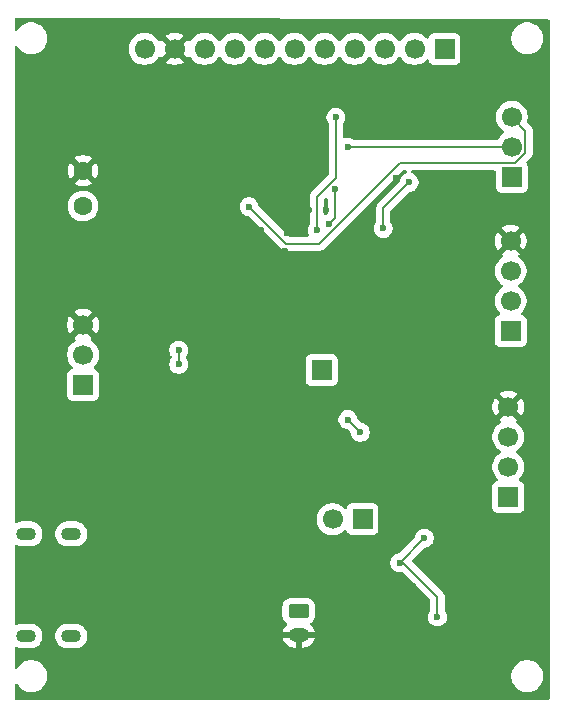
<source format=gbl>
%TF.GenerationSoftware,KiCad,Pcbnew,9.0.4-9.0.4-0~ubuntu22.04.1*%
%TF.CreationDate,2025-09-10T17:55:42+01:00*%
%TF.ProjectId,pcb,7063622e-6b69-4636-9164-5f7063625858,rev?*%
%TF.SameCoordinates,Original*%
%TF.FileFunction,Copper,L2,Bot*%
%TF.FilePolarity,Positive*%
%FSLAX46Y46*%
G04 Gerber Fmt 4.6, Leading zero omitted, Abs format (unit mm)*
G04 Created by KiCad (PCBNEW 9.0.4-9.0.4-0~ubuntu22.04.1) date 2025-09-10 17:55:42*
%MOMM*%
%LPD*%
G01*
G04 APERTURE LIST*
G04 Aperture macros list*
%AMRoundRect*
0 Rectangle with rounded corners*
0 $1 Rounding radius*
0 $2 $3 $4 $5 $6 $7 $8 $9 X,Y pos of 4 corners*
0 Add a 4 corners polygon primitive as box body*
4,1,4,$2,$3,$4,$5,$6,$7,$8,$9,$2,$3,0*
0 Add four circle primitives for the rounded corners*
1,1,$1+$1,$2,$3*
1,1,$1+$1,$4,$5*
1,1,$1+$1,$6,$7*
1,1,$1+$1,$8,$9*
0 Add four rect primitives between the rounded corners*
20,1,$1+$1,$2,$3,$4,$5,0*
20,1,$1+$1,$4,$5,$6,$7,0*
20,1,$1+$1,$6,$7,$8,$9,0*
20,1,$1+$1,$8,$9,$2,$3,0*%
G04 Aperture macros list end*
%TA.AperFunction,ComponentPad*%
%ADD10R,1.700000X1.700000*%
%TD*%
%TA.AperFunction,ComponentPad*%
%ADD11C,1.700000*%
%TD*%
%TA.AperFunction,ComponentPad*%
%ADD12C,1.600000*%
%TD*%
%TA.AperFunction,ComponentPad*%
%ADD13RoundRect,0.250000X-0.625000X0.350000X-0.625000X-0.350000X0.625000X-0.350000X0.625000X0.350000X0*%
%TD*%
%TA.AperFunction,ComponentPad*%
%ADD14O,1.750000X1.200000*%
%TD*%
%TA.AperFunction,HeatsinkPad*%
%ADD15O,1.700000X1.100000*%
%TD*%
%TA.AperFunction,ViaPad*%
%ADD16C,0.600000*%
%TD*%
%TA.AperFunction,Conductor*%
%ADD17C,0.200000*%
%TD*%
G04 APERTURE END LIST*
D10*
%TO.P,J4,1,Pin_1*%
%TO.N,LCD RS*%
X107400000Y-81320000D03*
D11*
%TO.P,J4,2,Pin_2*%
%TO.N,LCD E*%
X107400000Y-78780000D03*
%TO.P,J4,3,Pin_3*%
%TO.N,+5V*%
X107400000Y-76240000D03*
%TO.P,J4,4,Pin_4*%
%TO.N,GND*%
X107400000Y-73700000D03*
%TD*%
D10*
%TO.P,J5,1,Pin_1*%
%TO.N,ADC2*%
X71400000Y-71840000D03*
D11*
%TO.P,J5,2,Pin_2*%
%TO.N,+3.3V*%
X71400000Y-69300000D03*
%TO.P,J5,3,Pin_3*%
%TO.N,GND*%
X71400000Y-66760000D03*
%TD*%
D10*
%TO.P,J2,1,Pin_1*%
%TO.N,LCD D1*%
X102000000Y-43400000D03*
D11*
%TO.P,J2,2,Pin_2*%
%TO.N,LCD D2*%
X99460000Y-43400000D03*
%TO.P,J2,3,Pin_3*%
%TO.N,LCD D3*%
X96920000Y-43400000D03*
%TO.P,J2,4,Pin_4*%
%TO.N,LCD D4*%
X94380000Y-43400000D03*
%TO.P,J2,5,Pin_5*%
%TO.N,LCD D5*%
X91840000Y-43400000D03*
%TO.P,J2,6,Pin_6*%
%TO.N,LCD D6*%
X89300000Y-43400000D03*
%TO.P,J2,7,Pin_7*%
%TO.N,LCD D7*%
X86760000Y-43400000D03*
%TO.P,J2,8,Pin_8*%
%TO.N,LCD D8*%
X84220000Y-43400000D03*
%TO.P,J2,9,Pin_9*%
%TO.N,+5V*%
X81680000Y-43400000D03*
%TO.P,J2,10,Pin_10*%
%TO.N,GND*%
X79140000Y-43400000D03*
%TO.P,J2,11,Pin_11*%
%TO.N,Net-(J2-Pin_11)*%
X76600000Y-43400000D03*
%TD*%
D10*
%TO.P,J7,1,Pin_1*%
%TO.N,SWDIO*%
X107700000Y-54240000D03*
D11*
%TO.P,J7,2,Pin_2*%
%TO.N,SWCLK*%
X107700000Y-51700000D03*
%TO.P,J7,3,Pin_3*%
%TO.N,NRST*%
X107700000Y-49160000D03*
%TD*%
D12*
%TO.P,R6,1*%
%TO.N,ADC1*%
X71400000Y-56700000D03*
%TO.P,R6,2*%
%TO.N,GND*%
X71400000Y-53700000D03*
%TD*%
D10*
%TO.P,SW1,1,A*%
%TO.N,+3.3Vswin*%
X95057500Y-83217500D03*
D11*
%TO.P,SW1,2,B*%
%TO.N,+3.3V*%
X92517500Y-83217500D03*
%TD*%
D10*
%TO.P,J9,1,Pin_1*%
%TO.N,USART3 TX*%
X91600000Y-70600000D03*
%TD*%
D13*
%TO.P,BT1,1,+*%
%TO.N,+Vbat*%
X89650000Y-91000000D03*
D14*
%TO.P,BT1,2,-*%
%TO.N,GND*%
X89650000Y-93000000D03*
%TD*%
D10*
%TO.P,J6,1,Pin_1*%
%TO.N,USART1 TX*%
X107600000Y-67280000D03*
D11*
%TO.P,J6,2,Pin_2*%
%TO.N,USART1 RX*%
X107600000Y-64740000D03*
%TO.P,J6,3,Pin_3*%
%TO.N,+5V*%
X107600000Y-62200000D03*
%TO.P,J6,4,Pin_4*%
%TO.N,GND*%
X107600000Y-59660000D03*
%TD*%
D15*
%TO.P,J1,S1,SHIELD*%
%TO.N,unconnected-(J1-SHIELD-PadS1)_1*%
X70400000Y-84460000D03*
%TO.N,unconnected-(J1-SHIELD-PadS1)*%
X66600000Y-84460000D03*
%TO.N,unconnected-(J1-SHIELD-PadS1)_3*%
X70400000Y-93100000D03*
%TO.N,unconnected-(J1-SHIELD-PadS1)_2*%
X66600000Y-93100000D03*
%TD*%
D16*
%TO.N,GND*%
X83100000Y-78000000D03*
X67400000Y-76100000D03*
X86000000Y-95400000D03*
X83700000Y-69700000D03*
X99900000Y-60800000D03*
X98100000Y-85200000D03*
X109500000Y-92100000D03*
X98100000Y-80300000D03*
X95300000Y-46500000D03*
X73000000Y-90500000D03*
X66800000Y-87500000D03*
X73000000Y-87500000D03*
X80074000Y-89726000D03*
X101200000Y-83500000D03*
X69100000Y-91900000D03*
X101000000Y-94200000D03*
X78500000Y-70500000D03*
X81174000Y-89726000D03*
X95300000Y-49000000D03*
X69500000Y-55500000D03*
X92300000Y-81400000D03*
X96000000Y-81500000D03*
X109300000Y-76500000D03*
X75700000Y-81600000D03*
X78500000Y-60900000D03*
X99800000Y-79400000D03*
X85900000Y-50700000D03*
X83800000Y-81200000D03*
X92600000Y-95400000D03*
X103000000Y-95300000D03*
X84200000Y-95400000D03*
X107100000Y-71800000D03*
X69900000Y-58300000D03*
X78874000Y-91526000D03*
X75000000Y-70500000D03*
X100000000Y-46800000D03*
X102300000Y-58200000D03*
X86000000Y-97400000D03*
X97900000Y-54300000D03*
X95500000Y-70500000D03*
X92000000Y-57000000D03*
X88700000Y-59000000D03*
X105000000Y-60900000D03*
X105000000Y-71900000D03*
X75500000Y-90500000D03*
X80900000Y-83200000D03*
X96600000Y-46600000D03*
X88800000Y-51300000D03*
X104600000Y-91600000D03*
X100300000Y-67400000D03*
X66900000Y-48300000D03*
X98000000Y-77600000D03*
X98900000Y-45200000D03*
X69100000Y-65900000D03*
X81100000Y-70400000D03*
X88000000Y-74400000D03*
X71700000Y-62600000D03*
X73500000Y-45100000D03*
X78874000Y-89726000D03*
X89500000Y-71000000D03*
X82100000Y-55650000D03*
X102400000Y-54000000D03*
X89600000Y-45000000D03*
X95500000Y-66000000D03*
X103200000Y-97200000D03*
X93600000Y-66000000D03*
X100000000Y-50800000D03*
X78500000Y-42000000D03*
X77500000Y-72500000D03*
X82300000Y-58800000D03*
X80900000Y-74329568D03*
X79400000Y-52400000D03*
X84900000Y-86200000D03*
X83000000Y-79400000D03*
X99300000Y-92400000D03*
X92100000Y-75500000D03*
X89500000Y-65500000D03*
X89500000Y-72700000D03*
X67500000Y-55500000D03*
X80500000Y-64600000D03*
X75000000Y-68500000D03*
X94400000Y-97400000D03*
X102100000Y-65600000D03*
X88500000Y-60500000D03*
X76100000Y-62400000D03*
X80600000Y-66200000D03*
X99320005Y-90479997D03*
X74000000Y-72500000D03*
X68000000Y-49800000D03*
X89100000Y-41600000D03*
X85300000Y-55600000D03*
X80400000Y-72300000D03*
X82100000Y-81400000D03*
X86500000Y-58700000D03*
X96500000Y-76300000D03*
X78500000Y-68500000D03*
X77300000Y-74400000D03*
X99400000Y-83500000D03*
X99300000Y-81600000D03*
X95500000Y-73500000D03*
X93500000Y-73300000D03*
X87000000Y-41600000D03*
X90100000Y-48000000D03*
X76474000Y-94526000D03*
X93500000Y-70500000D03*
X75574000Y-92626000D03*
X66800000Y-91500000D03*
X107800000Y-90900000D03*
X76100000Y-60900000D03*
X81600000Y-91600000D03*
X71600000Y-97200000D03*
X77000000Y-86000000D03*
X82037500Y-83250000D03*
X66800000Y-81400000D03*
X109500000Y-65500000D03*
X75700000Y-52500000D03*
X106200000Y-92500000D03*
X88700000Y-56500000D03*
X103000000Y-61400000D03*
X92200000Y-79100000D03*
X82800000Y-50800000D03*
X96200000Y-63200000D03*
X75000000Y-46300000D03*
X90300000Y-79200000D03*
X96000000Y-79100000D03*
X99900000Y-54000000D03*
X94400000Y-95400000D03*
X73800000Y-44200000D03*
X72400000Y-95400000D03*
X90200000Y-76600000D03*
X86400000Y-61300000D03*
X79400000Y-56900000D03*
X83800000Y-52500000D03*
X87200000Y-86300000D03*
X94800000Y-90900000D03*
X109300000Y-78500000D03*
X102800000Y-69900000D03*
X105900000Y-64300000D03*
X84100000Y-83300000D03*
X67500000Y-69900000D03*
X99320005Y-88900000D03*
X80700000Y-41100000D03*
X96500000Y-60000000D03*
X77574000Y-92126000D03*
X72700000Y-81400000D03*
X81100000Y-85400000D03*
X98000000Y-61300000D03*
X101100000Y-80800000D03*
X110500000Y-64000000D03*
X103300000Y-64300000D03*
X79400000Y-50700000D03*
X86000000Y-67000000D03*
X66200000Y-77500000D03*
X68000000Y-93900000D03*
X96100000Y-94200000D03*
X100400000Y-90550000D03*
X97500000Y-90600000D03*
X75600000Y-50700000D03*
X86100000Y-90000000D03*
X78500000Y-62500000D03*
X68500000Y-59500000D03*
X90500000Y-55000000D03*
X68900000Y-81400000D03*
X72200000Y-42800000D03*
X84100000Y-97400000D03*
X89700000Y-85500000D03*
X92600000Y-97400000D03*
X69300000Y-62600000D03*
X72000000Y-58500000D03*
X87500000Y-57500000D03*
X98100000Y-50800000D03*
X103400000Y-93000000D03*
X87100000Y-45000000D03*
X95500000Y-77300000D03*
X82800000Y-53300000D03*
X75574000Y-93626000D03*
X84200000Y-66600000D03*
X67500000Y-73400000D03*
X83000000Y-75600000D03*
X83700000Y-91600000D03*
X72700000Y-83500000D03*
X104500000Y-67900000D03*
X76600000Y-97300000D03*
X74000000Y-74300000D03*
X99700000Y-58100000D03*
X88800000Y-49300000D03*
X93800000Y-62700000D03*
X69000000Y-83500000D03*
X76600000Y-95500000D03*
X90800000Y-46200000D03*
X102400000Y-56600000D03*
X80500000Y-68400000D03*
X90500000Y-57000000D03*
X88800000Y-55000000D03*
X89500000Y-62500000D03*
X101200000Y-93100000D03*
X89100000Y-67600000D03*
X81300000Y-56900000D03*
X75700000Y-83500000D03*
X85500000Y-59000000D03*
X85500000Y-60175000D03*
X69000000Y-87500000D03*
X97100000Y-92400000D03*
X67300000Y-66000000D03*
X82200000Y-68500000D03*
X93500000Y-61000000D03*
X84200000Y-63000000D03*
X102400000Y-50800000D03*
X96200000Y-50700000D03*
X107800000Y-93900000D03*
%TO.N,LCD D1*%
X99000000Y-54700000D03*
X96800000Y-58600000D03*
%TO.N,LCD D4*%
X91200000Y-58750000D03*
X92800000Y-49200000D03*
%TO.N,LCD D2*%
X92700000Y-55300000D03*
X92200000Y-58250000D03*
%TO.N,NRST*%
X85450000Y-56750000D03*
%TO.N,SWCLK*%
X93800000Y-51700000D03*
%TO.N,+Vbat*%
X93819457Y-74781957D03*
X100280331Y-84819669D03*
X98200000Y-86900000D03*
X79500000Y-70100000D03*
X94861352Y-75861384D03*
X79500000Y-68900000D03*
X101400000Y-91500000D03*
%TD*%
D17*
%TO.N,LCD D1*%
X99000000Y-54700000D02*
X96800000Y-56900000D01*
X96800000Y-56900000D02*
X96800000Y-58600000D01*
%TO.N,LCD D4*%
X91280000Y-58670000D02*
X91200000Y-58750000D01*
X92800000Y-54300000D02*
X91200000Y-55900000D01*
X92800000Y-49200000D02*
X92800000Y-54300000D01*
X91200000Y-55900000D02*
X91200000Y-58750000D01*
%TO.N,LCD D2*%
X92700000Y-55300000D02*
X92700000Y-57750000D01*
X92700000Y-57750000D02*
X92200000Y-58250000D01*
%TO.N,NRST*%
X107938760Y-53089000D02*
X98210943Y-53089000D01*
X108851000Y-50311000D02*
X108851000Y-52176760D01*
X107700000Y-49160000D02*
X108851000Y-50311000D01*
X91399943Y-59900000D02*
X88600000Y-59900000D01*
X108851000Y-52176760D02*
X107938760Y-53089000D01*
X98210943Y-53089000D02*
X91399943Y-59900000D01*
X85450000Y-56750000D02*
X88600000Y-59900000D01*
%TO.N,SWCLK*%
X93800000Y-51700000D02*
X107700000Y-51700000D01*
%TO.N,+Vbat*%
X79500000Y-70100000D02*
X79500000Y-68900000D01*
X93831901Y-74781957D02*
X94861352Y-75811408D01*
X101400000Y-89800000D02*
X98500000Y-86900000D01*
X98500000Y-86900000D02*
X98200000Y-86900000D01*
X100280331Y-84819669D02*
X98200000Y-86900000D01*
X94861352Y-75811408D02*
X94861352Y-75861384D01*
X101400000Y-91500000D02*
X101400000Y-89800000D01*
X93819457Y-74781957D02*
X93831901Y-74781957D01*
%TD*%
%TA.AperFunction,Conductor*%
%TO.N,GND*%
G36*
X92018834Y-56032915D02*
G01*
X92074767Y-56074787D01*
X92099184Y-56140251D01*
X92099500Y-56149097D01*
X92099500Y-57352044D01*
X92090950Y-57381159D01*
X92084670Y-57410848D01*
X92081203Y-57414354D01*
X92079815Y-57419083D01*
X92056889Y-57438948D01*
X92035548Y-57460535D01*
X92029194Y-57462946D01*
X92027011Y-57464838D01*
X92008213Y-57470908D01*
X92002550Y-57473058D01*
X92001138Y-57473373D01*
X91966503Y-57480263D01*
X91962031Y-57482114D01*
X91951550Y-57484458D01*
X91881831Y-57479872D01*
X91825659Y-57438321D01*
X91800869Y-57372997D01*
X91800500Y-57363444D01*
X91800500Y-56200097D01*
X91820185Y-56133058D01*
X91836819Y-56112416D01*
X91887819Y-56061416D01*
X91949142Y-56027931D01*
X92018834Y-56032915D01*
G37*
%TD.AperFunction*%
%TA.AperFunction,Conductor*%
G36*
X110776276Y-40899726D02*
G01*
X110843270Y-40919559D01*
X110888908Y-40972464D01*
X110900000Y-41023726D01*
X110900000Y-98376000D01*
X110880315Y-98443039D01*
X110827511Y-98488794D01*
X110776000Y-98500000D01*
X65724000Y-98500000D01*
X65656961Y-98480315D01*
X65611206Y-98427511D01*
X65600000Y-98376000D01*
X65600000Y-97243573D01*
X65619685Y-97176534D01*
X65672489Y-97130779D01*
X65741647Y-97120835D01*
X65805203Y-97149860D01*
X65834484Y-97187277D01*
X65844323Y-97206588D01*
X65844951Y-97207820D01*
X65969890Y-97379786D01*
X66120213Y-97530109D01*
X66292179Y-97655048D01*
X66292181Y-97655049D01*
X66292184Y-97655051D01*
X66481588Y-97751557D01*
X66683757Y-97817246D01*
X66893713Y-97850500D01*
X66893714Y-97850500D01*
X67106286Y-97850500D01*
X67106287Y-97850500D01*
X67316243Y-97817246D01*
X67518412Y-97751557D01*
X67707816Y-97655051D01*
X67729789Y-97639086D01*
X67879786Y-97530109D01*
X67879788Y-97530106D01*
X67879792Y-97530104D01*
X68030104Y-97379792D01*
X68030106Y-97379788D01*
X68030109Y-97379786D01*
X68155048Y-97207820D01*
X68155047Y-97207820D01*
X68155051Y-97207816D01*
X68251557Y-97018412D01*
X68317246Y-96816243D01*
X68350500Y-96606287D01*
X68350500Y-96393713D01*
X107649500Y-96393713D01*
X107649500Y-96606286D01*
X107682753Y-96816239D01*
X107748444Y-97018414D01*
X107844951Y-97207820D01*
X107969890Y-97379786D01*
X108120213Y-97530109D01*
X108292179Y-97655048D01*
X108292181Y-97655049D01*
X108292184Y-97655051D01*
X108481588Y-97751557D01*
X108683757Y-97817246D01*
X108893713Y-97850500D01*
X108893714Y-97850500D01*
X109106286Y-97850500D01*
X109106287Y-97850500D01*
X109316243Y-97817246D01*
X109518412Y-97751557D01*
X109707816Y-97655051D01*
X109729789Y-97639086D01*
X109879786Y-97530109D01*
X109879788Y-97530106D01*
X109879792Y-97530104D01*
X110030104Y-97379792D01*
X110030106Y-97379788D01*
X110030109Y-97379786D01*
X110155048Y-97207820D01*
X110155047Y-97207820D01*
X110155051Y-97207816D01*
X110251557Y-97018412D01*
X110317246Y-96816243D01*
X110350500Y-96606287D01*
X110350500Y-96393713D01*
X110317246Y-96183757D01*
X110251557Y-95981588D01*
X110155051Y-95792184D01*
X110155049Y-95792181D01*
X110155048Y-95792179D01*
X110030109Y-95620213D01*
X109879786Y-95469890D01*
X109707820Y-95344951D01*
X109518414Y-95248444D01*
X109518413Y-95248443D01*
X109518412Y-95248443D01*
X109316243Y-95182754D01*
X109316241Y-95182753D01*
X109316240Y-95182753D01*
X109154957Y-95157208D01*
X109106287Y-95149500D01*
X108893713Y-95149500D01*
X108845042Y-95157208D01*
X108683760Y-95182753D01*
X108481585Y-95248444D01*
X108292179Y-95344951D01*
X108120213Y-95469890D01*
X107969890Y-95620213D01*
X107844951Y-95792179D01*
X107748444Y-95981585D01*
X107682753Y-96183760D01*
X107649500Y-96393713D01*
X68350500Y-96393713D01*
X68317246Y-96183757D01*
X68251557Y-95981588D01*
X68155051Y-95792184D01*
X68155049Y-95792181D01*
X68155048Y-95792179D01*
X68030109Y-95620213D01*
X67879786Y-95469890D01*
X67707820Y-95344951D01*
X67518414Y-95248444D01*
X67518413Y-95248443D01*
X67518412Y-95248443D01*
X67316243Y-95182754D01*
X67316241Y-95182753D01*
X67316240Y-95182753D01*
X67154957Y-95157208D01*
X67106287Y-95149500D01*
X66893713Y-95149500D01*
X66845042Y-95157208D01*
X66683760Y-95182753D01*
X66481585Y-95248444D01*
X66292179Y-95344951D01*
X66120213Y-95469890D01*
X65969890Y-95620213D01*
X65844951Y-95792180D01*
X65834485Y-95812721D01*
X65786510Y-95863517D01*
X65718689Y-95880312D01*
X65652554Y-95857775D01*
X65609103Y-95803059D01*
X65600000Y-95756426D01*
X65600000Y-94127688D01*
X65619685Y-94060649D01*
X65672489Y-94014894D01*
X65741647Y-94004950D01*
X65792891Y-94024586D01*
X65802402Y-94030941D01*
X65993580Y-94110130D01*
X66196530Y-94150499D01*
X66196534Y-94150500D01*
X66196535Y-94150500D01*
X67003466Y-94150500D01*
X67003467Y-94150499D01*
X67206420Y-94110130D01*
X67397598Y-94030941D01*
X67569655Y-93915977D01*
X67715977Y-93769655D01*
X67830941Y-93597598D01*
X67910130Y-93406420D01*
X67950500Y-93203465D01*
X67950500Y-92996535D01*
X67950499Y-92996530D01*
X69049500Y-92996530D01*
X69049500Y-93203469D01*
X69089868Y-93406412D01*
X69089870Y-93406420D01*
X69169058Y-93597596D01*
X69284024Y-93769657D01*
X69430342Y-93915975D01*
X69430345Y-93915977D01*
X69602402Y-94030941D01*
X69793580Y-94110130D01*
X69996530Y-94150499D01*
X69996534Y-94150500D01*
X69996535Y-94150500D01*
X70803466Y-94150500D01*
X70803467Y-94150499D01*
X71006420Y-94110130D01*
X71197598Y-94030941D01*
X71369655Y-93915977D01*
X71515977Y-93769655D01*
X71630941Y-93597598D01*
X71710130Y-93406420D01*
X71745171Y-93230255D01*
X71750500Y-93203467D01*
X71750500Y-92996534D01*
X71750499Y-92996530D01*
X71710131Y-92793587D01*
X71710130Y-92793580D01*
X71630941Y-92602402D01*
X71515977Y-92430345D01*
X71515975Y-92430342D01*
X71369657Y-92284024D01*
X71283626Y-92226541D01*
X71197598Y-92169059D01*
X71006420Y-92089870D01*
X71006412Y-92089868D01*
X70803469Y-92049500D01*
X70803465Y-92049500D01*
X69996535Y-92049500D01*
X69996530Y-92049500D01*
X69793587Y-92089868D01*
X69793579Y-92089870D01*
X69602403Y-92169058D01*
X69430342Y-92284024D01*
X69284024Y-92430342D01*
X69169058Y-92602403D01*
X69089870Y-92793579D01*
X69089868Y-92793587D01*
X69049500Y-92996530D01*
X67950499Y-92996530D01*
X67910130Y-92793580D01*
X67830941Y-92602402D01*
X67715977Y-92430345D01*
X67715975Y-92430342D01*
X67569657Y-92284024D01*
X67483626Y-92226541D01*
X67397598Y-92169059D01*
X67206420Y-92089870D01*
X67206412Y-92089868D01*
X67003469Y-92049500D01*
X67003465Y-92049500D01*
X66196535Y-92049500D01*
X66196530Y-92049500D01*
X65993587Y-92089868D01*
X65993579Y-92089870D01*
X65802403Y-92169058D01*
X65792886Y-92175417D01*
X65726207Y-92196291D01*
X65658828Y-92177803D01*
X65612140Y-92125822D01*
X65600000Y-92072311D01*
X65600000Y-90599983D01*
X88274500Y-90599983D01*
X88274500Y-91400001D01*
X88274501Y-91400019D01*
X88285000Y-91502796D01*
X88285001Y-91502799D01*
X88310201Y-91578846D01*
X88340186Y-91669334D01*
X88432288Y-91818656D01*
X88556344Y-91942712D01*
X88620981Y-91982580D01*
X88667705Y-92034526D01*
X88678928Y-92103489D01*
X88651085Y-92167571D01*
X88643566Y-92175799D01*
X88535964Y-92283401D01*
X88434195Y-92423475D01*
X88355591Y-92577744D01*
X88302085Y-92742415D01*
X88300884Y-92749999D01*
X88300885Y-92750000D01*
X89369670Y-92750000D01*
X89349925Y-92769745D01*
X89300556Y-92855255D01*
X89275000Y-92950630D01*
X89275000Y-93049370D01*
X89300556Y-93144745D01*
X89349925Y-93230255D01*
X89369670Y-93250000D01*
X88300885Y-93250000D01*
X88302085Y-93257584D01*
X88355591Y-93422255D01*
X88434195Y-93576524D01*
X88535967Y-93716602D01*
X88658397Y-93839032D01*
X88798475Y-93940804D01*
X88952742Y-94019408D01*
X89117415Y-94072914D01*
X89288429Y-94100000D01*
X89400000Y-94100000D01*
X89400000Y-93280330D01*
X89419745Y-93300075D01*
X89505255Y-93349444D01*
X89600630Y-93375000D01*
X89699370Y-93375000D01*
X89794745Y-93349444D01*
X89880255Y-93300075D01*
X89900000Y-93280330D01*
X89900000Y-94100000D01*
X90011571Y-94100000D01*
X90182584Y-94072914D01*
X90347257Y-94019408D01*
X90501524Y-93940804D01*
X90641602Y-93839032D01*
X90764032Y-93716602D01*
X90865804Y-93576524D01*
X90944408Y-93422255D01*
X90997914Y-93257584D01*
X90999115Y-93250000D01*
X89930330Y-93250000D01*
X89950075Y-93230255D01*
X89999444Y-93144745D01*
X90025000Y-93049370D01*
X90025000Y-92950630D01*
X89999444Y-92855255D01*
X89950075Y-92769745D01*
X89930330Y-92750000D01*
X90999115Y-92750000D01*
X90999115Y-92749999D01*
X90997914Y-92742415D01*
X90944408Y-92577744D01*
X90865804Y-92423475D01*
X90764032Y-92283397D01*
X90656434Y-92175799D01*
X90622949Y-92114476D01*
X90627933Y-92044784D01*
X90669805Y-91988851D01*
X90678995Y-91982594D01*
X90743656Y-91942712D01*
X90867712Y-91818656D01*
X90959814Y-91669334D01*
X91014999Y-91502797D01*
X91025500Y-91400009D01*
X91025499Y-90599992D01*
X91014999Y-90497203D01*
X90959814Y-90330666D01*
X90867712Y-90181344D01*
X90743656Y-90057288D01*
X90594334Y-89965186D01*
X90427797Y-89910001D01*
X90427795Y-89910000D01*
X90325010Y-89899500D01*
X88974998Y-89899500D01*
X88974981Y-89899501D01*
X88872203Y-89910000D01*
X88872200Y-89910001D01*
X88705668Y-89965185D01*
X88705663Y-89965187D01*
X88556342Y-90057289D01*
X88432289Y-90181342D01*
X88340187Y-90330663D01*
X88340186Y-90330666D01*
X88285001Y-90497203D01*
X88285001Y-90497204D01*
X88285000Y-90497204D01*
X88274500Y-90599983D01*
X65600000Y-90599983D01*
X65600000Y-86821153D01*
X97399500Y-86821153D01*
X97399500Y-86978846D01*
X97430261Y-87133489D01*
X97430264Y-87133501D01*
X97490602Y-87279172D01*
X97490609Y-87279185D01*
X97578210Y-87410288D01*
X97578213Y-87410292D01*
X97689707Y-87521786D01*
X97689711Y-87521789D01*
X97820814Y-87609390D01*
X97820827Y-87609397D01*
X97966498Y-87669735D01*
X97966503Y-87669737D01*
X98121153Y-87700499D01*
X98121156Y-87700500D01*
X98121158Y-87700500D01*
X98278843Y-87700500D01*
X98291982Y-87697886D01*
X98357653Y-87684823D01*
X98427242Y-87691049D01*
X98469524Y-87718759D01*
X100763181Y-90012416D01*
X100796666Y-90073739D01*
X100799500Y-90100097D01*
X100799500Y-90920234D01*
X100779815Y-90987273D01*
X100778602Y-90989125D01*
X100690609Y-91120814D01*
X100690602Y-91120827D01*
X100630264Y-91266498D01*
X100630261Y-91266510D01*
X100599500Y-91421153D01*
X100599500Y-91578846D01*
X100630261Y-91733489D01*
X100630264Y-91733501D01*
X100690602Y-91879172D01*
X100690609Y-91879185D01*
X100778210Y-92010288D01*
X100778213Y-92010292D01*
X100889707Y-92121786D01*
X100889711Y-92121789D01*
X101020814Y-92209390D01*
X101020827Y-92209397D01*
X101166498Y-92269735D01*
X101166503Y-92269737D01*
X101321153Y-92300499D01*
X101321156Y-92300500D01*
X101321158Y-92300500D01*
X101478844Y-92300500D01*
X101478845Y-92300499D01*
X101633497Y-92269737D01*
X101779179Y-92209394D01*
X101910289Y-92121789D01*
X102021789Y-92010289D01*
X102109394Y-91879179D01*
X102169737Y-91733497D01*
X102200500Y-91578842D01*
X102200500Y-91421158D01*
X102200500Y-91421155D01*
X102200499Y-91421153D01*
X102169738Y-91266510D01*
X102169737Y-91266503D01*
X102169735Y-91266498D01*
X102109397Y-91120827D01*
X102109390Y-91120814D01*
X102021398Y-90989125D01*
X102000520Y-90922447D01*
X102000500Y-90920234D01*
X102000500Y-89720945D01*
X102000500Y-89720943D01*
X101959577Y-89568216D01*
X101959573Y-89568209D01*
X101880524Y-89431290D01*
X101880521Y-89431286D01*
X101880520Y-89431284D01*
X101768716Y-89319480D01*
X101768715Y-89319479D01*
X101764385Y-89315149D01*
X101764374Y-89315139D01*
X99286916Y-86837681D01*
X99253431Y-86776358D01*
X99258415Y-86706666D01*
X99286916Y-86662319D01*
X99758633Y-86190602D01*
X100294993Y-85654241D01*
X100356314Y-85620758D01*
X100358481Y-85620307D01*
X100416416Y-85608782D01*
X100513828Y-85589406D01*
X100659510Y-85529063D01*
X100790620Y-85441458D01*
X100902120Y-85329958D01*
X100989725Y-85198848D01*
X101050068Y-85053166D01*
X101080831Y-84898511D01*
X101080831Y-84740827D01*
X101080831Y-84740824D01*
X101080830Y-84740822D01*
X101050069Y-84586179D01*
X101050069Y-84586177D01*
X101050068Y-84586172D01*
X101019054Y-84511296D01*
X100989728Y-84440496D01*
X100989721Y-84440483D01*
X100902120Y-84309380D01*
X100902117Y-84309376D01*
X100790623Y-84197882D01*
X100790619Y-84197879D01*
X100659516Y-84110278D01*
X100659503Y-84110271D01*
X100513832Y-84049933D01*
X100513820Y-84049930D01*
X100359176Y-84019169D01*
X100359173Y-84019169D01*
X100201489Y-84019169D01*
X100201486Y-84019169D01*
X100046841Y-84049930D01*
X100046829Y-84049933D01*
X99901158Y-84110271D01*
X99901145Y-84110278D01*
X99770042Y-84197879D01*
X99770038Y-84197882D01*
X99658544Y-84309376D01*
X99658541Y-84309380D01*
X99570940Y-84440483D01*
X99570933Y-84440496D01*
X99510595Y-84586167D01*
X99510592Y-84586177D01*
X99479692Y-84741519D01*
X99447307Y-84803430D01*
X99445756Y-84805008D01*
X98185339Y-86065425D01*
X98124016Y-86098910D01*
X98121850Y-86099361D01*
X97966508Y-86130261D01*
X97966498Y-86130264D01*
X97820827Y-86190602D01*
X97820814Y-86190609D01*
X97689711Y-86278210D01*
X97689707Y-86278213D01*
X97578213Y-86389707D01*
X97578210Y-86389711D01*
X97490609Y-86520814D01*
X97490602Y-86520827D01*
X97430264Y-86666498D01*
X97430261Y-86666510D01*
X97399500Y-86821153D01*
X65600000Y-86821153D01*
X65600000Y-85487688D01*
X65619685Y-85420649D01*
X65672489Y-85374894D01*
X65741647Y-85364950D01*
X65792891Y-85384586D01*
X65802402Y-85390941D01*
X65993580Y-85470130D01*
X66196530Y-85510499D01*
X66196534Y-85510500D01*
X66196535Y-85510500D01*
X67003466Y-85510500D01*
X67003467Y-85510499D01*
X67206420Y-85470130D01*
X67397598Y-85390941D01*
X67569655Y-85275977D01*
X67715977Y-85129655D01*
X67830941Y-84957598D01*
X67910130Y-84766420D01*
X67950500Y-84563465D01*
X67950500Y-84356535D01*
X67950499Y-84356530D01*
X69049500Y-84356530D01*
X69049500Y-84563469D01*
X69089868Y-84766412D01*
X69089870Y-84766420D01*
X69169058Y-84957596D01*
X69284024Y-85129657D01*
X69430342Y-85275975D01*
X69430345Y-85275977D01*
X69602402Y-85390941D01*
X69793580Y-85470130D01*
X69996530Y-85510499D01*
X69996534Y-85510500D01*
X69996535Y-85510500D01*
X70803466Y-85510500D01*
X70803467Y-85510499D01*
X71006420Y-85470130D01*
X71197598Y-85390941D01*
X71369655Y-85275977D01*
X71515977Y-85129655D01*
X71630941Y-84957598D01*
X71710130Y-84766420D01*
X71750500Y-84563465D01*
X71750500Y-84356535D01*
X71710130Y-84153580D01*
X71630941Y-83962402D01*
X71515977Y-83790345D01*
X71515975Y-83790342D01*
X71369657Y-83644024D01*
X71204602Y-83533739D01*
X71197598Y-83529059D01*
X71006420Y-83449870D01*
X71006412Y-83449868D01*
X70803469Y-83409500D01*
X70803465Y-83409500D01*
X69996535Y-83409500D01*
X69996530Y-83409500D01*
X69793587Y-83449868D01*
X69793579Y-83449870D01*
X69602403Y-83529058D01*
X69430342Y-83644024D01*
X69284024Y-83790342D01*
X69169058Y-83962403D01*
X69089870Y-84153579D01*
X69089868Y-84153587D01*
X69049500Y-84356530D01*
X67950499Y-84356530D01*
X67910130Y-84153580D01*
X67830941Y-83962402D01*
X67715977Y-83790345D01*
X67715975Y-83790342D01*
X67569657Y-83644024D01*
X67404602Y-83533739D01*
X67397598Y-83529059D01*
X67206420Y-83449870D01*
X67206412Y-83449868D01*
X67003469Y-83409500D01*
X67003465Y-83409500D01*
X66196535Y-83409500D01*
X66196530Y-83409500D01*
X65993587Y-83449868D01*
X65993579Y-83449870D01*
X65802403Y-83529058D01*
X65792886Y-83535417D01*
X65726207Y-83556291D01*
X65658828Y-83537803D01*
X65612140Y-83485822D01*
X65600000Y-83432311D01*
X65600000Y-83111213D01*
X91167000Y-83111213D01*
X91167000Y-83323787D01*
X91200254Y-83533743D01*
X91236086Y-83644023D01*
X91265944Y-83735914D01*
X91362451Y-83925320D01*
X91487390Y-84097286D01*
X91637713Y-84247609D01*
X91809679Y-84372548D01*
X91809681Y-84372549D01*
X91809684Y-84372551D01*
X91999088Y-84469057D01*
X92201257Y-84534746D01*
X92411213Y-84568000D01*
X92411214Y-84568000D01*
X92623786Y-84568000D01*
X92623787Y-84568000D01*
X92833743Y-84534746D01*
X93035912Y-84469057D01*
X93225316Y-84372551D01*
X93397292Y-84247604D01*
X93510829Y-84134066D01*
X93572148Y-84100584D01*
X93641840Y-84105568D01*
X93697774Y-84147439D01*
X93714689Y-84178417D01*
X93763702Y-84309828D01*
X93763706Y-84309835D01*
X93849952Y-84425044D01*
X93849955Y-84425047D01*
X93965164Y-84511293D01*
X93965171Y-84511297D01*
X94100017Y-84561591D01*
X94100016Y-84561591D01*
X94106944Y-84562335D01*
X94159627Y-84568000D01*
X95955372Y-84567999D01*
X96014983Y-84561591D01*
X96149831Y-84511296D01*
X96265046Y-84425046D01*
X96351296Y-84309831D01*
X96401591Y-84174983D01*
X96408000Y-84115373D01*
X96407999Y-82319628D01*
X96401591Y-82260017D01*
X96400310Y-82256583D01*
X96351297Y-82125171D01*
X96351293Y-82125164D01*
X96265047Y-82009955D01*
X96265044Y-82009952D01*
X96149835Y-81923706D01*
X96149828Y-81923702D01*
X96014982Y-81873408D01*
X96014983Y-81873408D01*
X95955383Y-81867001D01*
X95955381Y-81867000D01*
X95955373Y-81867000D01*
X95955364Y-81867000D01*
X94159629Y-81867000D01*
X94159623Y-81867001D01*
X94100016Y-81873408D01*
X93965171Y-81923702D01*
X93965164Y-81923706D01*
X93849955Y-82009952D01*
X93849952Y-82009955D01*
X93763706Y-82125164D01*
X93763703Y-82125169D01*
X93714689Y-82256583D01*
X93672817Y-82312516D01*
X93607353Y-82336933D01*
X93539080Y-82322081D01*
X93510826Y-82300930D01*
X93397286Y-82187390D01*
X93225320Y-82062451D01*
X93035914Y-81965944D01*
X93035913Y-81965943D01*
X93035912Y-81965943D01*
X92833743Y-81900254D01*
X92833741Y-81900253D01*
X92833740Y-81900253D01*
X92672457Y-81874708D01*
X92623787Y-81867000D01*
X92411213Y-81867000D01*
X92362542Y-81874708D01*
X92201260Y-81900253D01*
X91999085Y-81965944D01*
X91809679Y-82062451D01*
X91637713Y-82187390D01*
X91487390Y-82337713D01*
X91362451Y-82509679D01*
X91265944Y-82699085D01*
X91200253Y-82901260D01*
X91167000Y-83111213D01*
X65600000Y-83111213D01*
X65600000Y-74703110D01*
X93018957Y-74703110D01*
X93018957Y-74860803D01*
X93049718Y-75015446D01*
X93049721Y-75015458D01*
X93110059Y-75161129D01*
X93110066Y-75161142D01*
X93197667Y-75292245D01*
X93197670Y-75292249D01*
X93309164Y-75403743D01*
X93309168Y-75403746D01*
X93440271Y-75491347D01*
X93440284Y-75491354D01*
X93538846Y-75532179D01*
X93585960Y-75551694D01*
X93740615Y-75582457D01*
X93740620Y-75582457D01*
X93743659Y-75582757D01*
X93745153Y-75583360D01*
X93746589Y-75583646D01*
X93746534Y-75583918D01*
X93808447Y-75608917D01*
X93819188Y-75618479D01*
X94024533Y-75823824D01*
X94058018Y-75885147D01*
X94060852Y-75911505D01*
X94060852Y-75940230D01*
X94091613Y-76094873D01*
X94091616Y-76094885D01*
X94151954Y-76240556D01*
X94151961Y-76240569D01*
X94239562Y-76371672D01*
X94239565Y-76371676D01*
X94351059Y-76483170D01*
X94351063Y-76483173D01*
X94482166Y-76570774D01*
X94482179Y-76570781D01*
X94627850Y-76631119D01*
X94627855Y-76631121D01*
X94782505Y-76661883D01*
X94782508Y-76661884D01*
X94782510Y-76661884D01*
X94940196Y-76661884D01*
X94940197Y-76661883D01*
X95094849Y-76631121D01*
X95240531Y-76570778D01*
X95371641Y-76483173D01*
X95483141Y-76371673D01*
X95570746Y-76240563D01*
X95615004Y-76133713D01*
X106049500Y-76133713D01*
X106049500Y-76346287D01*
X106082754Y-76556243D01*
X106107083Y-76631121D01*
X106148444Y-76758414D01*
X106244951Y-76947820D01*
X106369890Y-77119786D01*
X106520213Y-77270109D01*
X106692182Y-77395050D01*
X106700946Y-77399516D01*
X106751742Y-77447491D01*
X106768536Y-77515312D01*
X106745998Y-77581447D01*
X106700946Y-77620484D01*
X106692182Y-77624949D01*
X106520213Y-77749890D01*
X106369890Y-77900213D01*
X106244951Y-78072179D01*
X106148444Y-78261585D01*
X106082753Y-78463760D01*
X106049500Y-78673713D01*
X106049500Y-78886286D01*
X106082753Y-79096239D01*
X106148444Y-79298414D01*
X106244951Y-79487820D01*
X106369890Y-79659786D01*
X106483430Y-79773326D01*
X106516915Y-79834649D01*
X106511931Y-79904341D01*
X106470059Y-79960274D01*
X106439083Y-79977189D01*
X106307669Y-80026203D01*
X106307664Y-80026206D01*
X106192455Y-80112452D01*
X106192452Y-80112455D01*
X106106206Y-80227664D01*
X106106202Y-80227671D01*
X106055908Y-80362517D01*
X106049501Y-80422116D01*
X106049501Y-80422123D01*
X106049500Y-80422135D01*
X106049500Y-82217870D01*
X106049501Y-82217876D01*
X106055908Y-82277483D01*
X106106202Y-82412328D01*
X106106206Y-82412335D01*
X106192452Y-82527544D01*
X106192455Y-82527547D01*
X106307664Y-82613793D01*
X106307671Y-82613797D01*
X106442517Y-82664091D01*
X106442516Y-82664091D01*
X106449444Y-82664835D01*
X106502127Y-82670500D01*
X108297872Y-82670499D01*
X108357483Y-82664091D01*
X108492331Y-82613796D01*
X108607546Y-82527546D01*
X108693796Y-82412331D01*
X108744091Y-82277483D01*
X108750500Y-82217873D01*
X108750499Y-80422128D01*
X108744091Y-80362517D01*
X108693796Y-80227669D01*
X108693795Y-80227668D01*
X108693793Y-80227664D01*
X108607547Y-80112455D01*
X108607544Y-80112452D01*
X108492335Y-80026206D01*
X108492328Y-80026202D01*
X108360917Y-79977189D01*
X108304983Y-79935318D01*
X108280566Y-79869853D01*
X108295418Y-79801580D01*
X108316563Y-79773332D01*
X108430104Y-79659792D01*
X108555051Y-79487816D01*
X108651557Y-79298412D01*
X108717246Y-79096243D01*
X108750500Y-78886287D01*
X108750500Y-78673713D01*
X108717246Y-78463757D01*
X108651557Y-78261588D01*
X108555051Y-78072184D01*
X108555049Y-78072181D01*
X108555048Y-78072179D01*
X108430109Y-77900213D01*
X108279786Y-77749890D01*
X108107820Y-77624951D01*
X108107115Y-77624591D01*
X108099054Y-77620485D01*
X108048259Y-77572512D01*
X108031463Y-77504692D01*
X108053999Y-77438556D01*
X108099054Y-77399515D01*
X108107816Y-77395051D01*
X108129789Y-77379086D01*
X108279786Y-77270109D01*
X108279788Y-77270106D01*
X108279792Y-77270104D01*
X108430104Y-77119792D01*
X108430106Y-77119788D01*
X108430109Y-77119786D01*
X108555048Y-76947820D01*
X108555047Y-76947820D01*
X108555051Y-76947816D01*
X108651557Y-76758412D01*
X108717246Y-76556243D01*
X108750500Y-76346287D01*
X108750500Y-76133713D01*
X108717246Y-75923757D01*
X108651557Y-75721588D01*
X108555051Y-75532184D01*
X108555049Y-75532181D01*
X108555048Y-75532179D01*
X108430109Y-75360213D01*
X108279786Y-75209890D01*
X108107817Y-75084949D01*
X108098504Y-75080204D01*
X108047707Y-75032230D01*
X108030912Y-74964409D01*
X108053449Y-74898274D01*
X108098507Y-74859232D01*
X108107555Y-74854622D01*
X108161716Y-74815270D01*
X108161717Y-74815270D01*
X107529408Y-74182962D01*
X107592993Y-74165925D01*
X107707007Y-74100099D01*
X107800099Y-74007007D01*
X107865925Y-73892993D01*
X107882962Y-73829408D01*
X108515270Y-74461717D01*
X108515270Y-74461716D01*
X108554622Y-74407554D01*
X108651095Y-74218217D01*
X108716757Y-74016130D01*
X108716757Y-74016127D01*
X108750000Y-73806246D01*
X108750000Y-73593753D01*
X108716757Y-73383872D01*
X108716757Y-73383869D01*
X108651095Y-73181782D01*
X108554624Y-72992449D01*
X108515270Y-72938282D01*
X108515269Y-72938282D01*
X107882962Y-73570590D01*
X107865925Y-73507007D01*
X107800099Y-73392993D01*
X107707007Y-73299901D01*
X107592993Y-73234075D01*
X107529409Y-73217037D01*
X108161716Y-72584728D01*
X108107550Y-72545375D01*
X107918217Y-72448904D01*
X107716129Y-72383242D01*
X107506246Y-72350000D01*
X107293754Y-72350000D01*
X107083872Y-72383242D01*
X107083869Y-72383242D01*
X106881782Y-72448904D01*
X106692439Y-72545380D01*
X106638282Y-72584727D01*
X106638282Y-72584728D01*
X107270591Y-73217037D01*
X107207007Y-73234075D01*
X107092993Y-73299901D01*
X106999901Y-73392993D01*
X106934075Y-73507007D01*
X106917037Y-73570591D01*
X106284728Y-72938282D01*
X106284727Y-72938282D01*
X106245380Y-72992439D01*
X106148904Y-73181782D01*
X106083242Y-73383869D01*
X106083242Y-73383872D01*
X106050000Y-73593753D01*
X106050000Y-73806246D01*
X106083242Y-74016127D01*
X106083242Y-74016130D01*
X106148904Y-74218217D01*
X106245375Y-74407550D01*
X106284728Y-74461716D01*
X106917037Y-73829408D01*
X106934075Y-73892993D01*
X106999901Y-74007007D01*
X107092993Y-74100099D01*
X107207007Y-74165925D01*
X107270590Y-74182962D01*
X106638282Y-74815269D01*
X106638282Y-74815270D01*
X106692452Y-74854626D01*
X106692451Y-74854626D01*
X106701495Y-74859234D01*
X106752292Y-74907208D01*
X106769087Y-74975029D01*
X106746550Y-75041164D01*
X106701499Y-75080202D01*
X106692182Y-75084949D01*
X106520213Y-75209890D01*
X106369890Y-75360213D01*
X106244951Y-75532179D01*
X106148444Y-75721585D01*
X106082753Y-75923760D01*
X106055652Y-76094873D01*
X106049500Y-76133713D01*
X95615004Y-76133713D01*
X95631089Y-76094881D01*
X95661852Y-75940226D01*
X95661852Y-75782542D01*
X95661852Y-75782539D01*
X95661851Y-75782537D01*
X95631090Y-75627894D01*
X95631089Y-75627887D01*
X95627192Y-75618479D01*
X95570749Y-75482211D01*
X95570742Y-75482198D01*
X95483141Y-75351095D01*
X95483138Y-75351091D01*
X95371644Y-75239597D01*
X95371640Y-75239594D01*
X95240537Y-75151993D01*
X95240524Y-75151986D01*
X95094853Y-75091648D01*
X95094843Y-75091645D01*
X95001888Y-75073155D01*
X94939977Y-75040770D01*
X94938399Y-75039219D01*
X94650940Y-74751760D01*
X94617455Y-74690437D01*
X94617004Y-74688270D01*
X94589195Y-74548467D01*
X94589194Y-74548460D01*
X94553264Y-74461716D01*
X94528854Y-74402784D01*
X94528847Y-74402771D01*
X94441246Y-74271668D01*
X94441243Y-74271664D01*
X94329749Y-74160170D01*
X94329745Y-74160167D01*
X94198642Y-74072566D01*
X94198629Y-74072559D01*
X94052958Y-74012221D01*
X94052946Y-74012218D01*
X93898302Y-73981457D01*
X93898299Y-73981457D01*
X93740615Y-73981457D01*
X93740612Y-73981457D01*
X93585967Y-74012218D01*
X93585955Y-74012221D01*
X93440284Y-74072559D01*
X93440271Y-74072566D01*
X93309168Y-74160167D01*
X93309164Y-74160170D01*
X93197670Y-74271664D01*
X93197667Y-74271668D01*
X93110066Y-74402771D01*
X93110059Y-74402784D01*
X93049721Y-74548455D01*
X93049718Y-74548467D01*
X93018957Y-74703110D01*
X65600000Y-74703110D01*
X65600000Y-69193713D01*
X70049500Y-69193713D01*
X70049500Y-69406286D01*
X70078551Y-69589711D01*
X70082754Y-69616243D01*
X70127972Y-69755410D01*
X70148444Y-69818414D01*
X70244951Y-70007820D01*
X70369890Y-70179786D01*
X70483430Y-70293326D01*
X70516915Y-70354649D01*
X70511931Y-70424341D01*
X70470059Y-70480274D01*
X70439083Y-70497189D01*
X70307669Y-70546203D01*
X70307664Y-70546206D01*
X70192455Y-70632452D01*
X70192452Y-70632455D01*
X70106206Y-70747664D01*
X70106202Y-70747671D01*
X70055908Y-70882517D01*
X70049501Y-70942116D01*
X70049501Y-70942123D01*
X70049500Y-70942135D01*
X70049500Y-72737870D01*
X70049501Y-72737876D01*
X70055908Y-72797483D01*
X70106202Y-72932328D01*
X70106206Y-72932335D01*
X70192452Y-73047544D01*
X70192455Y-73047547D01*
X70307664Y-73133793D01*
X70307671Y-73133797D01*
X70442517Y-73184091D01*
X70442516Y-73184091D01*
X70449444Y-73184835D01*
X70502127Y-73190500D01*
X72297872Y-73190499D01*
X72357483Y-73184091D01*
X72492331Y-73133796D01*
X72607546Y-73047546D01*
X72693796Y-72932331D01*
X72744091Y-72797483D01*
X72750500Y-72737873D01*
X72750499Y-71807547D01*
X72750499Y-70942129D01*
X72750498Y-70942123D01*
X72750497Y-70942116D01*
X72744091Y-70882517D01*
X72739324Y-70869737D01*
X72693797Y-70747671D01*
X72693793Y-70747664D01*
X72607547Y-70632455D01*
X72607544Y-70632452D01*
X72492335Y-70546206D01*
X72492328Y-70546202D01*
X72360917Y-70497189D01*
X72304983Y-70455318D01*
X72280566Y-70389853D01*
X72295418Y-70321580D01*
X72316563Y-70293332D01*
X72430104Y-70179792D01*
X72555051Y-70007816D01*
X72651557Y-69818412D01*
X72717246Y-69616243D01*
X72750500Y-69406287D01*
X72750500Y-69193713D01*
X72717246Y-68983757D01*
X72664413Y-68821153D01*
X78699500Y-68821153D01*
X78699500Y-68978846D01*
X78730261Y-69133489D01*
X78730264Y-69133501D01*
X78790602Y-69279172D01*
X78790609Y-69279185D01*
X78878602Y-69410874D01*
X78884252Y-69428920D01*
X78894477Y-69444830D01*
X78898928Y-69475789D01*
X78899480Y-69477551D01*
X78899500Y-69479765D01*
X78899500Y-69520234D01*
X78879815Y-69587273D01*
X78878602Y-69589125D01*
X78790609Y-69720814D01*
X78790602Y-69720827D01*
X78730264Y-69866498D01*
X78730261Y-69866510D01*
X78699500Y-70021153D01*
X78699500Y-70178846D01*
X78730261Y-70333489D01*
X78730264Y-70333501D01*
X78790602Y-70479172D01*
X78790609Y-70479185D01*
X78878210Y-70610288D01*
X78878213Y-70610292D01*
X78989707Y-70721786D01*
X78989711Y-70721789D01*
X79120814Y-70809390D01*
X79120827Y-70809397D01*
X79266498Y-70869735D01*
X79266503Y-70869737D01*
X79421153Y-70900499D01*
X79421156Y-70900500D01*
X79421158Y-70900500D01*
X79578844Y-70900500D01*
X79578845Y-70900499D01*
X79733497Y-70869737D01*
X79879179Y-70809394D01*
X80010289Y-70721789D01*
X80121789Y-70610289D01*
X80209394Y-70479179D01*
X80219278Y-70455318D01*
X80246394Y-70389853D01*
X80269737Y-70333497D01*
X80300500Y-70178842D01*
X80300500Y-70021158D01*
X80300500Y-70021155D01*
X80300499Y-70021153D01*
X80269738Y-69866510D01*
X80269737Y-69866503D01*
X80209394Y-69720821D01*
X80196908Y-69702135D01*
X90249500Y-69702135D01*
X90249500Y-71497870D01*
X90249501Y-71497876D01*
X90255908Y-71557483D01*
X90306202Y-71692328D01*
X90306206Y-71692335D01*
X90392452Y-71807544D01*
X90392455Y-71807547D01*
X90507664Y-71893793D01*
X90507671Y-71893797D01*
X90642517Y-71944091D01*
X90642516Y-71944091D01*
X90649444Y-71944835D01*
X90702127Y-71950500D01*
X92497872Y-71950499D01*
X92557483Y-71944091D01*
X92692331Y-71893796D01*
X92807546Y-71807546D01*
X92893796Y-71692331D01*
X92944091Y-71557483D01*
X92950500Y-71497873D01*
X92950499Y-69702128D01*
X92944091Y-69642517D01*
X92934291Y-69616243D01*
X92893797Y-69507671D01*
X92893793Y-69507664D01*
X92807547Y-69392455D01*
X92807544Y-69392452D01*
X92692335Y-69306206D01*
X92692328Y-69306202D01*
X92557482Y-69255908D01*
X92557483Y-69255908D01*
X92497883Y-69249501D01*
X92497881Y-69249500D01*
X92497873Y-69249500D01*
X92497864Y-69249500D01*
X90702129Y-69249500D01*
X90702123Y-69249501D01*
X90642516Y-69255908D01*
X90507671Y-69306202D01*
X90507664Y-69306206D01*
X90392455Y-69392452D01*
X90392452Y-69392455D01*
X90306206Y-69507664D01*
X90306202Y-69507671D01*
X90255908Y-69642517D01*
X90249501Y-69702116D01*
X90249501Y-69702123D01*
X90249500Y-69702135D01*
X80196908Y-69702135D01*
X80121789Y-69589711D01*
X80121450Y-69589372D01*
X80118921Y-69585266D01*
X80110299Y-69553679D01*
X80100520Y-69522447D01*
X80100500Y-69520234D01*
X80100500Y-69479765D01*
X80120185Y-69412726D01*
X80121398Y-69410874D01*
X80209390Y-69279185D01*
X80209390Y-69279184D01*
X80209394Y-69279179D01*
X80269737Y-69133497D01*
X80300500Y-68978842D01*
X80300500Y-68821158D01*
X80300500Y-68821155D01*
X80300499Y-68821153D01*
X80269738Y-68666510D01*
X80269737Y-68666503D01*
X80254824Y-68630499D01*
X80209397Y-68520827D01*
X80209390Y-68520814D01*
X80121789Y-68389711D01*
X80121786Y-68389707D01*
X80010292Y-68278213D01*
X80010288Y-68278210D01*
X79879185Y-68190609D01*
X79879172Y-68190602D01*
X79733501Y-68130264D01*
X79733489Y-68130261D01*
X79578845Y-68099500D01*
X79578842Y-68099500D01*
X79421158Y-68099500D01*
X79421155Y-68099500D01*
X79266510Y-68130261D01*
X79266498Y-68130264D01*
X79120827Y-68190602D01*
X79120814Y-68190609D01*
X78989711Y-68278210D01*
X78989707Y-68278213D01*
X78878213Y-68389707D01*
X78878210Y-68389711D01*
X78790609Y-68520814D01*
X78790602Y-68520827D01*
X78730264Y-68666498D01*
X78730261Y-68666510D01*
X78699500Y-68821153D01*
X72664413Y-68821153D01*
X72651557Y-68781588D01*
X72651555Y-68781585D01*
X72651555Y-68781583D01*
X72555048Y-68592179D01*
X72430109Y-68420213D01*
X72279786Y-68269890D01*
X72107817Y-68144949D01*
X72098504Y-68140204D01*
X72047707Y-68092230D01*
X72030912Y-68024409D01*
X72053449Y-67958274D01*
X72098507Y-67919232D01*
X72107555Y-67914622D01*
X72161716Y-67875270D01*
X72161717Y-67875270D01*
X71529408Y-67242962D01*
X71592993Y-67225925D01*
X71707007Y-67160099D01*
X71800099Y-67067007D01*
X71865925Y-66952993D01*
X71882962Y-66889408D01*
X72515270Y-67521717D01*
X72515270Y-67521716D01*
X72554622Y-67467554D01*
X72651095Y-67278217D01*
X72716757Y-67076130D01*
X72716757Y-67076127D01*
X72750000Y-66866246D01*
X72750000Y-66653753D01*
X72716757Y-66443872D01*
X72716757Y-66443869D01*
X72651095Y-66241782D01*
X72554624Y-66052449D01*
X72515270Y-65998282D01*
X72515269Y-65998282D01*
X71882962Y-66630590D01*
X71865925Y-66567007D01*
X71800099Y-66452993D01*
X71707007Y-66359901D01*
X71592993Y-66294075D01*
X71529409Y-66277037D01*
X72161716Y-65644728D01*
X72107550Y-65605375D01*
X71918217Y-65508904D01*
X71716129Y-65443242D01*
X71506246Y-65410000D01*
X71293754Y-65410000D01*
X71083872Y-65443242D01*
X71083869Y-65443242D01*
X70881782Y-65508904D01*
X70692439Y-65605380D01*
X70638282Y-65644727D01*
X70638282Y-65644728D01*
X71270591Y-66277037D01*
X71207007Y-66294075D01*
X71092993Y-66359901D01*
X70999901Y-66452993D01*
X70934075Y-66567007D01*
X70917037Y-66630591D01*
X70284728Y-65998282D01*
X70284727Y-65998282D01*
X70245380Y-66052439D01*
X70148904Y-66241782D01*
X70083242Y-66443869D01*
X70083242Y-66443872D01*
X70050000Y-66653753D01*
X70050000Y-66866246D01*
X70083242Y-67076127D01*
X70083242Y-67076130D01*
X70148904Y-67278217D01*
X70245375Y-67467550D01*
X70284728Y-67521716D01*
X70917037Y-66889408D01*
X70934075Y-66952993D01*
X70999901Y-67067007D01*
X71092993Y-67160099D01*
X71207007Y-67225925D01*
X71270590Y-67242962D01*
X70638282Y-67875269D01*
X70638282Y-67875270D01*
X70692452Y-67914626D01*
X70692451Y-67914626D01*
X70701495Y-67919234D01*
X70752292Y-67967208D01*
X70769087Y-68035029D01*
X70746550Y-68101164D01*
X70701499Y-68140202D01*
X70692182Y-68144949D01*
X70520213Y-68269890D01*
X70369890Y-68420213D01*
X70244951Y-68592179D01*
X70148444Y-68781585D01*
X70148443Y-68781587D01*
X70148443Y-68781588D01*
X70135587Y-68821155D01*
X70082753Y-68983760D01*
X70049500Y-69193713D01*
X65600000Y-69193713D01*
X65600000Y-62093713D01*
X106249500Y-62093713D01*
X106249500Y-62306286D01*
X106282753Y-62516239D01*
X106348444Y-62718414D01*
X106444951Y-62907820D01*
X106569890Y-63079786D01*
X106720213Y-63230109D01*
X106892182Y-63355050D01*
X106900946Y-63359516D01*
X106951742Y-63407491D01*
X106968536Y-63475312D01*
X106945998Y-63541447D01*
X106900946Y-63580484D01*
X106892182Y-63584949D01*
X106720213Y-63709890D01*
X106569890Y-63860213D01*
X106444951Y-64032179D01*
X106348444Y-64221585D01*
X106282753Y-64423760D01*
X106249500Y-64633713D01*
X106249500Y-64846286D01*
X106282753Y-65056239D01*
X106348444Y-65258414D01*
X106444951Y-65447820D01*
X106569890Y-65619786D01*
X106683430Y-65733326D01*
X106716915Y-65794649D01*
X106711931Y-65864341D01*
X106670059Y-65920274D01*
X106639083Y-65937189D01*
X106507669Y-65986203D01*
X106507664Y-65986206D01*
X106392455Y-66072452D01*
X106392452Y-66072455D01*
X106306206Y-66187664D01*
X106306202Y-66187671D01*
X106255908Y-66322517D01*
X106249501Y-66382116D01*
X106249501Y-66382123D01*
X106249500Y-66382135D01*
X106249500Y-68177870D01*
X106249501Y-68177876D01*
X106255908Y-68237483D01*
X106306202Y-68372328D01*
X106306206Y-68372335D01*
X106392452Y-68487544D01*
X106392455Y-68487547D01*
X106507664Y-68573793D01*
X106507671Y-68573797D01*
X106642517Y-68624091D01*
X106642516Y-68624091D01*
X106649444Y-68624835D01*
X106702127Y-68630500D01*
X108497872Y-68630499D01*
X108557483Y-68624091D01*
X108692331Y-68573796D01*
X108807546Y-68487546D01*
X108893796Y-68372331D01*
X108944091Y-68237483D01*
X108950500Y-68177873D01*
X108950499Y-66382128D01*
X108944091Y-66322517D01*
X108893796Y-66187669D01*
X108893795Y-66187668D01*
X108893793Y-66187664D01*
X108807547Y-66072455D01*
X108807544Y-66072452D01*
X108692335Y-65986206D01*
X108692328Y-65986202D01*
X108560917Y-65937189D01*
X108504983Y-65895318D01*
X108480566Y-65829853D01*
X108495418Y-65761580D01*
X108516563Y-65733332D01*
X108630104Y-65619792D01*
X108640579Y-65605375D01*
X108755048Y-65447820D01*
X108755047Y-65447820D01*
X108755051Y-65447816D01*
X108851557Y-65258412D01*
X108917246Y-65056243D01*
X108950500Y-64846287D01*
X108950500Y-64633713D01*
X108917246Y-64423757D01*
X108851557Y-64221588D01*
X108755051Y-64032184D01*
X108755049Y-64032181D01*
X108755048Y-64032179D01*
X108630109Y-63860213D01*
X108479786Y-63709890D01*
X108307820Y-63584951D01*
X108307115Y-63584591D01*
X108299054Y-63580485D01*
X108248259Y-63532512D01*
X108231463Y-63464692D01*
X108253999Y-63398556D01*
X108299054Y-63359515D01*
X108307816Y-63355051D01*
X108329789Y-63339086D01*
X108479786Y-63230109D01*
X108479788Y-63230106D01*
X108479792Y-63230104D01*
X108630104Y-63079792D01*
X108630106Y-63079788D01*
X108630109Y-63079786D01*
X108755048Y-62907820D01*
X108755047Y-62907820D01*
X108755051Y-62907816D01*
X108851557Y-62718412D01*
X108917246Y-62516243D01*
X108950500Y-62306287D01*
X108950500Y-62093713D01*
X108917246Y-61883757D01*
X108851557Y-61681588D01*
X108755051Y-61492184D01*
X108755049Y-61492181D01*
X108755048Y-61492179D01*
X108630109Y-61320213D01*
X108479786Y-61169890D01*
X108307817Y-61044949D01*
X108298504Y-61040204D01*
X108247707Y-60992230D01*
X108230912Y-60924409D01*
X108253449Y-60858274D01*
X108298507Y-60819232D01*
X108307555Y-60814622D01*
X108361716Y-60775270D01*
X108361717Y-60775270D01*
X107729408Y-60142962D01*
X107792993Y-60125925D01*
X107907007Y-60060099D01*
X108000099Y-59967007D01*
X108065925Y-59852993D01*
X108082962Y-59789409D01*
X108715270Y-60421717D01*
X108715270Y-60421716D01*
X108754622Y-60367554D01*
X108851095Y-60178217D01*
X108916757Y-59976130D01*
X108916757Y-59976127D01*
X108950000Y-59766246D01*
X108950000Y-59553753D01*
X108916757Y-59343872D01*
X108916757Y-59343869D01*
X108851095Y-59141782D01*
X108754624Y-58952449D01*
X108715270Y-58898282D01*
X108715269Y-58898282D01*
X108082962Y-59530590D01*
X108065925Y-59467007D01*
X108000099Y-59352993D01*
X107907007Y-59259901D01*
X107792993Y-59194075D01*
X107729409Y-59177037D01*
X108361716Y-58544728D01*
X108307550Y-58505375D01*
X108118217Y-58408904D01*
X107916129Y-58343242D01*
X107706246Y-58310000D01*
X107493754Y-58310000D01*
X107283872Y-58343242D01*
X107283869Y-58343242D01*
X107081782Y-58408904D01*
X106892439Y-58505380D01*
X106838282Y-58544727D01*
X106838282Y-58544728D01*
X107470591Y-59177037D01*
X107407007Y-59194075D01*
X107292993Y-59259901D01*
X107199901Y-59352993D01*
X107134075Y-59467007D01*
X107117037Y-59530591D01*
X106484728Y-58898282D01*
X106484727Y-58898282D01*
X106445380Y-58952439D01*
X106348904Y-59141782D01*
X106283242Y-59343869D01*
X106283242Y-59343872D01*
X106250000Y-59553753D01*
X106250000Y-59766246D01*
X106283242Y-59976127D01*
X106283242Y-59976130D01*
X106348904Y-60178217D01*
X106445375Y-60367550D01*
X106484728Y-60421716D01*
X107117037Y-59789408D01*
X107134075Y-59852993D01*
X107199901Y-59967007D01*
X107292993Y-60060099D01*
X107407007Y-60125925D01*
X107470590Y-60142962D01*
X106838282Y-60775269D01*
X106838282Y-60775270D01*
X106892452Y-60814626D01*
X106892451Y-60814626D01*
X106901495Y-60819234D01*
X106952292Y-60867208D01*
X106969087Y-60935029D01*
X106946550Y-61001164D01*
X106901499Y-61040202D01*
X106892182Y-61044949D01*
X106720213Y-61169890D01*
X106569890Y-61320213D01*
X106444951Y-61492179D01*
X106348444Y-61681585D01*
X106282753Y-61883760D01*
X106249500Y-62093713D01*
X65600000Y-62093713D01*
X65600000Y-56597647D01*
X70099500Y-56597647D01*
X70099500Y-56802351D01*
X70131522Y-57004534D01*
X70194781Y-57199223D01*
X70225898Y-57260292D01*
X70287483Y-57381159D01*
X70287715Y-57381613D01*
X70408028Y-57547213D01*
X70552786Y-57691971D01*
X70707749Y-57804556D01*
X70718390Y-57812287D01*
X70834607Y-57871503D01*
X70900776Y-57905218D01*
X70900778Y-57905218D01*
X70900781Y-57905220D01*
X71005137Y-57939127D01*
X71095465Y-57968477D01*
X71196557Y-57984488D01*
X71297648Y-58000500D01*
X71297649Y-58000500D01*
X71502351Y-58000500D01*
X71502352Y-58000500D01*
X71704534Y-57968477D01*
X71899219Y-57905220D01*
X72081610Y-57812287D01*
X72174590Y-57744732D01*
X72247213Y-57691971D01*
X72247215Y-57691968D01*
X72247219Y-57691966D01*
X72391966Y-57547219D01*
X72391968Y-57547215D01*
X72391971Y-57547213D01*
X72455777Y-57459390D01*
X72512287Y-57381610D01*
X72605220Y-57199219D01*
X72668477Y-57004534D01*
X72700500Y-56802352D01*
X72700500Y-56671153D01*
X84649500Y-56671153D01*
X84649500Y-56828846D01*
X84680261Y-56983489D01*
X84680264Y-56983501D01*
X84740602Y-57129172D01*
X84740609Y-57129185D01*
X84828210Y-57260288D01*
X84828213Y-57260292D01*
X84939707Y-57371786D01*
X84939711Y-57371789D01*
X85070814Y-57459390D01*
X85070827Y-57459397D01*
X85131331Y-57484458D01*
X85216503Y-57519737D01*
X85281147Y-57532595D01*
X85371849Y-57550638D01*
X85433760Y-57583023D01*
X85435338Y-57584573D01*
X88231284Y-60380520D01*
X88231286Y-60380521D01*
X88231290Y-60380524D01*
X88368209Y-60459573D01*
X88368216Y-60459577D01*
X88520943Y-60500501D01*
X88520945Y-60500501D01*
X88686654Y-60500501D01*
X88686670Y-60500500D01*
X91313274Y-60500500D01*
X91313290Y-60500501D01*
X91320886Y-60500501D01*
X91478997Y-60500501D01*
X91479000Y-60500501D01*
X91631728Y-60459577D01*
X91681847Y-60430639D01*
X91768659Y-60380520D01*
X91880463Y-60268716D01*
X91880463Y-60268714D01*
X91890671Y-60258507D01*
X91890672Y-60258504D01*
X98423360Y-53725819D01*
X98484683Y-53692334D01*
X98511041Y-53689500D01*
X98724367Y-53689500D01*
X98791406Y-53709185D01*
X98837161Y-53761989D01*
X98847105Y-53831147D01*
X98818080Y-53894703D01*
X98771819Y-53928061D01*
X98620827Y-53990602D01*
X98620814Y-53990609D01*
X98489711Y-54078210D01*
X98489707Y-54078213D01*
X98378213Y-54189707D01*
X98378210Y-54189711D01*
X98290609Y-54320814D01*
X98290602Y-54320827D01*
X98230264Y-54466498D01*
X98230261Y-54466508D01*
X98199361Y-54621850D01*
X98166976Y-54683761D01*
X98165425Y-54685339D01*
X96319481Y-56531282D01*
X96319480Y-56531284D01*
X96281165Y-56597648D01*
X96240423Y-56668215D01*
X96199499Y-56820943D01*
X96199499Y-56820945D01*
X96199499Y-56989046D01*
X96199500Y-56989059D01*
X96199500Y-58020234D01*
X96179815Y-58087273D01*
X96178602Y-58089125D01*
X96090609Y-58220814D01*
X96090602Y-58220827D01*
X96030264Y-58366498D01*
X96030261Y-58366510D01*
X95999500Y-58521153D01*
X95999500Y-58678846D01*
X96030261Y-58833489D01*
X96030264Y-58833501D01*
X96090602Y-58979172D01*
X96090609Y-58979185D01*
X96178210Y-59110288D01*
X96178213Y-59110292D01*
X96289707Y-59221786D01*
X96289711Y-59221789D01*
X96420814Y-59309390D01*
X96420827Y-59309397D01*
X96526079Y-59352993D01*
X96566503Y-59369737D01*
X96721153Y-59400499D01*
X96721156Y-59400500D01*
X96721158Y-59400500D01*
X96878844Y-59400500D01*
X96878845Y-59400499D01*
X97033497Y-59369737D01*
X97179179Y-59309394D01*
X97310289Y-59221789D01*
X97421789Y-59110289D01*
X97509394Y-58979179D01*
X97569737Y-58833497D01*
X97600500Y-58678842D01*
X97600500Y-58521158D01*
X97600500Y-58521155D01*
X97600499Y-58521153D01*
X97599573Y-58516498D01*
X97569737Y-58366503D01*
X97546333Y-58310000D01*
X97509397Y-58220827D01*
X97509390Y-58220814D01*
X97421398Y-58089125D01*
X97400520Y-58022447D01*
X97400500Y-58020234D01*
X97400500Y-57200097D01*
X97420185Y-57133058D01*
X97436819Y-57112416D01*
X98178421Y-56370814D01*
X99014662Y-55534572D01*
X99075983Y-55501089D01*
X99078150Y-55500638D01*
X99136085Y-55489113D01*
X99233497Y-55469737D01*
X99379179Y-55409394D01*
X99510289Y-55321789D01*
X99621789Y-55210289D01*
X99709394Y-55079179D01*
X99769737Y-54933497D01*
X99800500Y-54778842D01*
X99800500Y-54621158D01*
X99800500Y-54621155D01*
X99800499Y-54621153D01*
X99769737Y-54466503D01*
X99752928Y-54425921D01*
X99709397Y-54320827D01*
X99709390Y-54320814D01*
X99621789Y-54189711D01*
X99621786Y-54189707D01*
X99510292Y-54078213D01*
X99510288Y-54078210D01*
X99379185Y-53990609D01*
X99379172Y-53990602D01*
X99228181Y-53928061D01*
X99173777Y-53884221D01*
X99151712Y-53817927D01*
X99168991Y-53750227D01*
X99220128Y-53702616D01*
X99275633Y-53689500D01*
X106225500Y-53689500D01*
X106292539Y-53709185D01*
X106338294Y-53761989D01*
X106349500Y-53813500D01*
X106349500Y-55137870D01*
X106349501Y-55137876D01*
X106355908Y-55197483D01*
X106406202Y-55332328D01*
X106406206Y-55332335D01*
X106492452Y-55447544D01*
X106492455Y-55447547D01*
X106607664Y-55533793D01*
X106607671Y-55533797D01*
X106742517Y-55584091D01*
X106742516Y-55584091D01*
X106749444Y-55584835D01*
X106802127Y-55590500D01*
X108597872Y-55590499D01*
X108657483Y-55584091D01*
X108792331Y-55533796D01*
X108907546Y-55447546D01*
X108993796Y-55332331D01*
X109044091Y-55197483D01*
X109050500Y-55137873D01*
X109050499Y-53342128D01*
X109044091Y-53282517D01*
X109013675Y-53200968D01*
X108993797Y-53147671D01*
X108993795Y-53147668D01*
X108944961Y-53082435D01*
X108920545Y-53016974D01*
X108935396Y-52948701D01*
X108956545Y-52920448D01*
X109219713Y-52657281D01*
X109219716Y-52657280D01*
X109331520Y-52545476D01*
X109381639Y-52458664D01*
X109410577Y-52408545D01*
X109451500Y-52255817D01*
X109451500Y-52097703D01*
X109451500Y-50400060D01*
X109451501Y-50400047D01*
X109451501Y-50231945D01*
X109451501Y-50231943D01*
X109410577Y-50079215D01*
X109381639Y-50029095D01*
X109331520Y-49942284D01*
X109219716Y-49830480D01*
X109219715Y-49830479D01*
X109215385Y-49826149D01*
X109215374Y-49826139D01*
X109033757Y-49644522D01*
X109000272Y-49583199D01*
X109003507Y-49518523D01*
X109017246Y-49476243D01*
X109050500Y-49266287D01*
X109050500Y-49053713D01*
X109017246Y-48843757D01*
X108951557Y-48641588D01*
X108855051Y-48452184D01*
X108855049Y-48452181D01*
X108855048Y-48452179D01*
X108730109Y-48280213D01*
X108579786Y-48129890D01*
X108407820Y-48004951D01*
X108218414Y-47908444D01*
X108218413Y-47908443D01*
X108218412Y-47908443D01*
X108016243Y-47842754D01*
X108016241Y-47842753D01*
X108016240Y-47842753D01*
X107854957Y-47817208D01*
X107806287Y-47809500D01*
X107593713Y-47809500D01*
X107545042Y-47817208D01*
X107383760Y-47842753D01*
X107181585Y-47908444D01*
X106992179Y-48004951D01*
X106820213Y-48129890D01*
X106669890Y-48280213D01*
X106544951Y-48452179D01*
X106448444Y-48641585D01*
X106382753Y-48843760D01*
X106349500Y-49053713D01*
X106349500Y-49266286D01*
X106382753Y-49476239D01*
X106382753Y-49476241D01*
X106382754Y-49476243D01*
X106437431Y-49644522D01*
X106448444Y-49678414D01*
X106544951Y-49867820D01*
X106669890Y-50039786D01*
X106820213Y-50190109D01*
X106992182Y-50315050D01*
X107000946Y-50319516D01*
X107051742Y-50367491D01*
X107068536Y-50435312D01*
X107045998Y-50501447D01*
X107000946Y-50540484D01*
X106992182Y-50544949D01*
X106820213Y-50669890D01*
X106669890Y-50820213D01*
X106544948Y-50992184D01*
X106544947Y-50992185D01*
X106524765Y-51031795D01*
X106476791Y-51082591D01*
X106414281Y-51099500D01*
X94379766Y-51099500D01*
X94312727Y-51079815D01*
X94310875Y-51078602D01*
X94179185Y-50990609D01*
X94179172Y-50990602D01*
X94033501Y-50930264D01*
X94033489Y-50930261D01*
X93878845Y-50899500D01*
X93878842Y-50899500D01*
X93721158Y-50899500D01*
X93721155Y-50899500D01*
X93566510Y-50930261D01*
X93560676Y-50932031D01*
X93559873Y-50929385D01*
X93502056Y-50935396D01*
X93439687Y-50903902D01*
X93404245Y-50843689D01*
X93400500Y-50813444D01*
X93400500Y-49779765D01*
X93420185Y-49712726D01*
X93421398Y-49710874D01*
X93443089Y-49678412D01*
X93509394Y-49579179D01*
X93569737Y-49433497D01*
X93600500Y-49278842D01*
X93600500Y-49121158D01*
X93600500Y-49121155D01*
X93600499Y-49121153D01*
X93569738Y-48966510D01*
X93569737Y-48966503D01*
X93518896Y-48843760D01*
X93509397Y-48820827D01*
X93509390Y-48820814D01*
X93421789Y-48689711D01*
X93421786Y-48689707D01*
X93310292Y-48578213D01*
X93310288Y-48578210D01*
X93179185Y-48490609D01*
X93179172Y-48490602D01*
X93033501Y-48430264D01*
X93033489Y-48430261D01*
X92878845Y-48399500D01*
X92878842Y-48399500D01*
X92721158Y-48399500D01*
X92721155Y-48399500D01*
X92566510Y-48430261D01*
X92566498Y-48430264D01*
X92420827Y-48490602D01*
X92420814Y-48490609D01*
X92289711Y-48578210D01*
X92289707Y-48578213D01*
X92178213Y-48689707D01*
X92178210Y-48689711D01*
X92090609Y-48820814D01*
X92090602Y-48820827D01*
X92030264Y-48966498D01*
X92030261Y-48966510D01*
X91999500Y-49121153D01*
X91999500Y-49278846D01*
X92030261Y-49433489D01*
X92030264Y-49433501D01*
X92090602Y-49579172D01*
X92090609Y-49579185D01*
X92178602Y-49710874D01*
X92199480Y-49777551D01*
X92199500Y-49779765D01*
X92199500Y-53999902D01*
X92179815Y-54066941D01*
X92163181Y-54087583D01*
X90719481Y-55531282D01*
X90719479Y-55531285D01*
X90703190Y-55559498D01*
X90686901Y-55587713D01*
X90640423Y-55668215D01*
X90599499Y-55820943D01*
X90599499Y-55820945D01*
X90599499Y-55989046D01*
X90599500Y-55989059D01*
X90599500Y-58170234D01*
X90579815Y-58237273D01*
X90578602Y-58239125D01*
X90490609Y-58370814D01*
X90490602Y-58370827D01*
X90430264Y-58516498D01*
X90430261Y-58516510D01*
X90399500Y-58671153D01*
X90399500Y-58828846D01*
X90430261Y-58983489D01*
X90430264Y-58983501D01*
X90490137Y-59128048D01*
X90497606Y-59197517D01*
X90466331Y-59259996D01*
X90406241Y-59295648D01*
X90375576Y-59299500D01*
X88900098Y-59299500D01*
X88833059Y-59279815D01*
X88812417Y-59263181D01*
X86284573Y-56735337D01*
X86251088Y-56674014D01*
X86250637Y-56671847D01*
X86235878Y-56597648D01*
X86219737Y-56516503D01*
X86179549Y-56419480D01*
X86159397Y-56370827D01*
X86159390Y-56370814D01*
X86071789Y-56239711D01*
X86071786Y-56239707D01*
X85960292Y-56128213D01*
X85960288Y-56128210D01*
X85829185Y-56040609D01*
X85829172Y-56040602D01*
X85683501Y-55980264D01*
X85683489Y-55980261D01*
X85528845Y-55949500D01*
X85528842Y-55949500D01*
X85371158Y-55949500D01*
X85371155Y-55949500D01*
X85216510Y-55980261D01*
X85216498Y-55980264D01*
X85070827Y-56040602D01*
X85070814Y-56040609D01*
X84939711Y-56128210D01*
X84939707Y-56128213D01*
X84828213Y-56239707D01*
X84828210Y-56239711D01*
X84740609Y-56370814D01*
X84740602Y-56370827D01*
X84680264Y-56516498D01*
X84680261Y-56516510D01*
X84649500Y-56671153D01*
X72700500Y-56671153D01*
X72700500Y-56597648D01*
X72689989Y-56531282D01*
X72668477Y-56395465D01*
X72605218Y-56200776D01*
X72560196Y-56112416D01*
X72512287Y-56018390D01*
X72484587Y-55980264D01*
X72391971Y-55852786D01*
X72247213Y-55708028D01*
X72081612Y-55587714D01*
X71899223Y-55494781D01*
X71704534Y-55431522D01*
X71529995Y-55403878D01*
X71502352Y-55399500D01*
X71297648Y-55399500D01*
X71273329Y-55403351D01*
X71095465Y-55431522D01*
X70900776Y-55494781D01*
X70718388Y-55587714D01*
X70552786Y-55708028D01*
X70408028Y-55852786D01*
X70287715Y-56018386D01*
X70194781Y-56200776D01*
X70131522Y-56395465D01*
X70099500Y-56597647D01*
X65600000Y-56597647D01*
X65600000Y-53597682D01*
X70100000Y-53597682D01*
X70100000Y-53802317D01*
X70132009Y-54004417D01*
X70195244Y-54199031D01*
X70288141Y-54381350D01*
X70288147Y-54381359D01*
X70320523Y-54425921D01*
X70320524Y-54425922D01*
X71000000Y-53746446D01*
X71000000Y-53752661D01*
X71027259Y-53854394D01*
X71079920Y-53945606D01*
X71154394Y-54020080D01*
X71245606Y-54072741D01*
X71347339Y-54100000D01*
X71353553Y-54100000D01*
X70674076Y-54779474D01*
X70718650Y-54811859D01*
X70900968Y-54904755D01*
X71095582Y-54967990D01*
X71297683Y-55000000D01*
X71502317Y-55000000D01*
X71704417Y-54967990D01*
X71899031Y-54904755D01*
X72081349Y-54811859D01*
X72125921Y-54779474D01*
X71446447Y-54100000D01*
X71452661Y-54100000D01*
X71554394Y-54072741D01*
X71645606Y-54020080D01*
X71720080Y-53945606D01*
X71772741Y-53854394D01*
X71800000Y-53752661D01*
X71800000Y-53746447D01*
X72479474Y-54425921D01*
X72511859Y-54381349D01*
X72604755Y-54199031D01*
X72667990Y-54004417D01*
X72700000Y-53802317D01*
X72700000Y-53597682D01*
X72667990Y-53395582D01*
X72604755Y-53200968D01*
X72511859Y-53018650D01*
X72479474Y-52974077D01*
X72479474Y-52974076D01*
X71800000Y-53653551D01*
X71800000Y-53647339D01*
X71772741Y-53545606D01*
X71720080Y-53454394D01*
X71645606Y-53379920D01*
X71554394Y-53327259D01*
X71452661Y-53300000D01*
X71446446Y-53300000D01*
X72125922Y-52620524D01*
X72125921Y-52620523D01*
X72081359Y-52588147D01*
X72081350Y-52588141D01*
X71899031Y-52495244D01*
X71704417Y-52432009D01*
X71502317Y-52400000D01*
X71297683Y-52400000D01*
X71095582Y-52432009D01*
X70900968Y-52495244D01*
X70718644Y-52588143D01*
X70674077Y-52620523D01*
X70674077Y-52620524D01*
X71353554Y-53300000D01*
X71347339Y-53300000D01*
X71245606Y-53327259D01*
X71154394Y-53379920D01*
X71079920Y-53454394D01*
X71027259Y-53545606D01*
X71000000Y-53647339D01*
X71000000Y-53653553D01*
X70320524Y-52974077D01*
X70320523Y-52974077D01*
X70288143Y-53018644D01*
X70195244Y-53200968D01*
X70132009Y-53395582D01*
X70100000Y-53597682D01*
X65600000Y-53597682D01*
X65600000Y-43243573D01*
X65619685Y-43176534D01*
X65672489Y-43130779D01*
X65741647Y-43120835D01*
X65805203Y-43149860D01*
X65834484Y-43187277D01*
X65844323Y-43206588D01*
X65844951Y-43207820D01*
X65969890Y-43379786D01*
X66120213Y-43530109D01*
X66292179Y-43655048D01*
X66292181Y-43655049D01*
X66292184Y-43655051D01*
X66481588Y-43751557D01*
X66683757Y-43817246D01*
X66893713Y-43850500D01*
X66893714Y-43850500D01*
X67106286Y-43850500D01*
X67106287Y-43850500D01*
X67316243Y-43817246D01*
X67518412Y-43751557D01*
X67707816Y-43655051D01*
X67793232Y-43592993D01*
X67879786Y-43530109D01*
X67879788Y-43530106D01*
X67879792Y-43530104D01*
X68030104Y-43379792D01*
X68092644Y-43293713D01*
X75249500Y-43293713D01*
X75249500Y-43506286D01*
X75273061Y-43655048D01*
X75282754Y-43716243D01*
X75294228Y-43751557D01*
X75348444Y-43918414D01*
X75444951Y-44107820D01*
X75569890Y-44279786D01*
X75720213Y-44430109D01*
X75892179Y-44555048D01*
X75892181Y-44555049D01*
X75892184Y-44555051D01*
X76081588Y-44651557D01*
X76283757Y-44717246D01*
X76493713Y-44750500D01*
X76493714Y-44750500D01*
X76706286Y-44750500D01*
X76706287Y-44750500D01*
X76916243Y-44717246D01*
X77118412Y-44651557D01*
X77307816Y-44555051D01*
X77394138Y-44492335D01*
X77479786Y-44430109D01*
X77479788Y-44430106D01*
X77479792Y-44430104D01*
X77630104Y-44279792D01*
X77630106Y-44279788D01*
X77630109Y-44279786D01*
X77715890Y-44161717D01*
X77755051Y-44107816D01*
X77759793Y-44098508D01*
X77807763Y-44047711D01*
X77875583Y-44030911D01*
X77941719Y-44053445D01*
X77980763Y-44098500D01*
X77985373Y-44107547D01*
X78024728Y-44161716D01*
X78657037Y-43529408D01*
X78674075Y-43592993D01*
X78739901Y-43707007D01*
X78832993Y-43800099D01*
X78947007Y-43865925D01*
X79010590Y-43882962D01*
X78378282Y-44515269D01*
X78378282Y-44515270D01*
X78432449Y-44554624D01*
X78621782Y-44651095D01*
X78823870Y-44716757D01*
X79033754Y-44750000D01*
X79246246Y-44750000D01*
X79456127Y-44716757D01*
X79456130Y-44716757D01*
X79658217Y-44651095D01*
X79847554Y-44554622D01*
X79901716Y-44515270D01*
X79901717Y-44515270D01*
X79269408Y-43882962D01*
X79332993Y-43865925D01*
X79447007Y-43800099D01*
X79540099Y-43707007D01*
X79605925Y-43592993D01*
X79622962Y-43529409D01*
X80255270Y-44161717D01*
X80255270Y-44161716D01*
X80294622Y-44107555D01*
X80299232Y-44098507D01*
X80347205Y-44047709D01*
X80415025Y-44030912D01*
X80481161Y-44053447D01*
X80520204Y-44098504D01*
X80524949Y-44107817D01*
X80649890Y-44279786D01*
X80800213Y-44430109D01*
X80972179Y-44555048D01*
X80972181Y-44555049D01*
X80972184Y-44555051D01*
X81161588Y-44651557D01*
X81363757Y-44717246D01*
X81573713Y-44750500D01*
X81573714Y-44750500D01*
X81786286Y-44750500D01*
X81786287Y-44750500D01*
X81996243Y-44717246D01*
X82198412Y-44651557D01*
X82387816Y-44555051D01*
X82474138Y-44492335D01*
X82559786Y-44430109D01*
X82559788Y-44430106D01*
X82559792Y-44430104D01*
X82710104Y-44279792D01*
X82710106Y-44279788D01*
X82710109Y-44279786D01*
X82835048Y-44107820D01*
X82835047Y-44107820D01*
X82835051Y-44107816D01*
X82839514Y-44099054D01*
X82887488Y-44048259D01*
X82955308Y-44031463D01*
X83021444Y-44053999D01*
X83060486Y-44099056D01*
X83064951Y-44107820D01*
X83189890Y-44279786D01*
X83340213Y-44430109D01*
X83512179Y-44555048D01*
X83512181Y-44555049D01*
X83512184Y-44555051D01*
X83701588Y-44651557D01*
X83903757Y-44717246D01*
X84113713Y-44750500D01*
X84113714Y-44750500D01*
X84326286Y-44750500D01*
X84326287Y-44750500D01*
X84536243Y-44717246D01*
X84738412Y-44651557D01*
X84927816Y-44555051D01*
X85014138Y-44492335D01*
X85099786Y-44430109D01*
X85099788Y-44430106D01*
X85099792Y-44430104D01*
X85250104Y-44279792D01*
X85250106Y-44279788D01*
X85250109Y-44279786D01*
X85375048Y-44107820D01*
X85375047Y-44107820D01*
X85375051Y-44107816D01*
X85379514Y-44099054D01*
X85427488Y-44048259D01*
X85495308Y-44031463D01*
X85561444Y-44053999D01*
X85600486Y-44099056D01*
X85604951Y-44107820D01*
X85729890Y-44279786D01*
X85880213Y-44430109D01*
X86052179Y-44555048D01*
X86052181Y-44555049D01*
X86052184Y-44555051D01*
X86241588Y-44651557D01*
X86443757Y-44717246D01*
X86653713Y-44750500D01*
X86653714Y-44750500D01*
X86866286Y-44750500D01*
X86866287Y-44750500D01*
X87076243Y-44717246D01*
X87278412Y-44651557D01*
X87467816Y-44555051D01*
X87554138Y-44492335D01*
X87639786Y-44430109D01*
X87639788Y-44430106D01*
X87639792Y-44430104D01*
X87790104Y-44279792D01*
X87790106Y-44279788D01*
X87790109Y-44279786D01*
X87915048Y-44107820D01*
X87915047Y-44107820D01*
X87915051Y-44107816D01*
X87919514Y-44099054D01*
X87967488Y-44048259D01*
X88035308Y-44031463D01*
X88101444Y-44053999D01*
X88140486Y-44099056D01*
X88144951Y-44107820D01*
X88269890Y-44279786D01*
X88420213Y-44430109D01*
X88592179Y-44555048D01*
X88592181Y-44555049D01*
X88592184Y-44555051D01*
X88781588Y-44651557D01*
X88983757Y-44717246D01*
X89193713Y-44750500D01*
X89193714Y-44750500D01*
X89406286Y-44750500D01*
X89406287Y-44750500D01*
X89616243Y-44717246D01*
X89818412Y-44651557D01*
X90007816Y-44555051D01*
X90094138Y-44492335D01*
X90179786Y-44430109D01*
X90179788Y-44430106D01*
X90179792Y-44430104D01*
X90330104Y-44279792D01*
X90330106Y-44279788D01*
X90330109Y-44279786D01*
X90455048Y-44107820D01*
X90455047Y-44107820D01*
X90455051Y-44107816D01*
X90459514Y-44099054D01*
X90507488Y-44048259D01*
X90575308Y-44031463D01*
X90641444Y-44053999D01*
X90680486Y-44099056D01*
X90684951Y-44107820D01*
X90809890Y-44279786D01*
X90960213Y-44430109D01*
X91132179Y-44555048D01*
X91132181Y-44555049D01*
X91132184Y-44555051D01*
X91321588Y-44651557D01*
X91523757Y-44717246D01*
X91733713Y-44750500D01*
X91733714Y-44750500D01*
X91946286Y-44750500D01*
X91946287Y-44750500D01*
X92156243Y-44717246D01*
X92358412Y-44651557D01*
X92547816Y-44555051D01*
X92634138Y-44492335D01*
X92719786Y-44430109D01*
X92719788Y-44430106D01*
X92719792Y-44430104D01*
X92870104Y-44279792D01*
X92870106Y-44279788D01*
X92870109Y-44279786D01*
X92995048Y-44107820D01*
X92995047Y-44107820D01*
X92995051Y-44107816D01*
X92999514Y-44099054D01*
X93047488Y-44048259D01*
X93115308Y-44031463D01*
X93181444Y-44053999D01*
X93220486Y-44099056D01*
X93224951Y-44107820D01*
X93349890Y-44279786D01*
X93500213Y-44430109D01*
X93672179Y-44555048D01*
X93672181Y-44555049D01*
X93672184Y-44555051D01*
X93861588Y-44651557D01*
X94063757Y-44717246D01*
X94273713Y-44750500D01*
X94273714Y-44750500D01*
X94486286Y-44750500D01*
X94486287Y-44750500D01*
X94696243Y-44717246D01*
X94898412Y-44651557D01*
X95087816Y-44555051D01*
X95174138Y-44492335D01*
X95259786Y-44430109D01*
X95259788Y-44430106D01*
X95259792Y-44430104D01*
X95410104Y-44279792D01*
X95410106Y-44279788D01*
X95410109Y-44279786D01*
X95535048Y-44107820D01*
X95535047Y-44107820D01*
X95535051Y-44107816D01*
X95539514Y-44099054D01*
X95587488Y-44048259D01*
X95655308Y-44031463D01*
X95721444Y-44053999D01*
X95760486Y-44099056D01*
X95764951Y-44107820D01*
X95889890Y-44279786D01*
X96040213Y-44430109D01*
X96212179Y-44555048D01*
X96212181Y-44555049D01*
X96212184Y-44555051D01*
X96401588Y-44651557D01*
X96603757Y-44717246D01*
X96813713Y-44750500D01*
X96813714Y-44750500D01*
X97026286Y-44750500D01*
X97026287Y-44750500D01*
X97236243Y-44717246D01*
X97438412Y-44651557D01*
X97627816Y-44555051D01*
X97714138Y-44492335D01*
X97799786Y-44430109D01*
X97799788Y-44430106D01*
X97799792Y-44430104D01*
X97950104Y-44279792D01*
X97950106Y-44279788D01*
X97950109Y-44279786D01*
X98075048Y-44107820D01*
X98075047Y-44107820D01*
X98075051Y-44107816D01*
X98079514Y-44099054D01*
X98127488Y-44048259D01*
X98195308Y-44031463D01*
X98261444Y-44053999D01*
X98300486Y-44099056D01*
X98304951Y-44107820D01*
X98429890Y-44279786D01*
X98580213Y-44430109D01*
X98752179Y-44555048D01*
X98752181Y-44555049D01*
X98752184Y-44555051D01*
X98941588Y-44651557D01*
X99143757Y-44717246D01*
X99353713Y-44750500D01*
X99353714Y-44750500D01*
X99566286Y-44750500D01*
X99566287Y-44750500D01*
X99776243Y-44717246D01*
X99978412Y-44651557D01*
X100167816Y-44555051D01*
X100339792Y-44430104D01*
X100453329Y-44316566D01*
X100514648Y-44283084D01*
X100584340Y-44288068D01*
X100640274Y-44329939D01*
X100657189Y-44360917D01*
X100706202Y-44492328D01*
X100706206Y-44492335D01*
X100792452Y-44607544D01*
X100792455Y-44607547D01*
X100907664Y-44693793D01*
X100907671Y-44693797D01*
X101042517Y-44744091D01*
X101042516Y-44744091D01*
X101049444Y-44744835D01*
X101102127Y-44750500D01*
X102897872Y-44750499D01*
X102957483Y-44744091D01*
X103092331Y-44693796D01*
X103207546Y-44607546D01*
X103293796Y-44492331D01*
X103344091Y-44357483D01*
X103350500Y-44297873D01*
X103350499Y-42502128D01*
X103344091Y-42442517D01*
X103342810Y-42439083D01*
X103340233Y-42432171D01*
X103325889Y-42393713D01*
X107649500Y-42393713D01*
X107649500Y-42606286D01*
X107671714Y-42746543D01*
X107682754Y-42816243D01*
X107742428Y-42999901D01*
X107748444Y-43018414D01*
X107844951Y-43207820D01*
X107969890Y-43379786D01*
X108120213Y-43530109D01*
X108292179Y-43655048D01*
X108292181Y-43655049D01*
X108292184Y-43655051D01*
X108481588Y-43751557D01*
X108683757Y-43817246D01*
X108893713Y-43850500D01*
X108893714Y-43850500D01*
X109106286Y-43850500D01*
X109106287Y-43850500D01*
X109316243Y-43817246D01*
X109518412Y-43751557D01*
X109707816Y-43655051D01*
X109793232Y-43592993D01*
X109879786Y-43530109D01*
X109879788Y-43530106D01*
X109879792Y-43530104D01*
X110030104Y-43379792D01*
X110030106Y-43379788D01*
X110030109Y-43379786D01*
X110149135Y-43215959D01*
X110155051Y-43207816D01*
X110251557Y-43018412D01*
X110317246Y-42816243D01*
X110350500Y-42606287D01*
X110350500Y-42393713D01*
X110317246Y-42183757D01*
X110251557Y-41981588D01*
X110155051Y-41792184D01*
X110155049Y-41792181D01*
X110155048Y-41792179D01*
X110030109Y-41620213D01*
X109879786Y-41469890D01*
X109707820Y-41344951D01*
X109518414Y-41248444D01*
X109518413Y-41248443D01*
X109518412Y-41248443D01*
X109316243Y-41182754D01*
X109316241Y-41182753D01*
X109316240Y-41182753D01*
X109154957Y-41157208D01*
X109106287Y-41149500D01*
X108893713Y-41149500D01*
X108845042Y-41157208D01*
X108683760Y-41182753D01*
X108481585Y-41248444D01*
X108292179Y-41344951D01*
X108120213Y-41469890D01*
X107969890Y-41620213D01*
X107844951Y-41792179D01*
X107748444Y-41981585D01*
X107682753Y-42183760D01*
X107649500Y-42393713D01*
X103325889Y-42393713D01*
X103293797Y-42307671D01*
X103293793Y-42307664D01*
X103207547Y-42192455D01*
X103207544Y-42192452D01*
X103092335Y-42106206D01*
X103092328Y-42106202D01*
X102957482Y-42055908D01*
X102957483Y-42055908D01*
X102897883Y-42049501D01*
X102897881Y-42049500D01*
X102897873Y-42049500D01*
X102897864Y-42049500D01*
X101102129Y-42049500D01*
X101102123Y-42049501D01*
X101042516Y-42055908D01*
X100907671Y-42106202D01*
X100907664Y-42106206D01*
X100792455Y-42192452D01*
X100792452Y-42192455D01*
X100706206Y-42307664D01*
X100706203Y-42307669D01*
X100657189Y-42439083D01*
X100615317Y-42495016D01*
X100549853Y-42519433D01*
X100481580Y-42504581D01*
X100453326Y-42483430D01*
X100339786Y-42369890D01*
X100167820Y-42244951D01*
X99978414Y-42148444D01*
X99978413Y-42148443D01*
X99978412Y-42148443D01*
X99776243Y-42082754D01*
X99776241Y-42082753D01*
X99776240Y-42082753D01*
X99614957Y-42057208D01*
X99566287Y-42049500D01*
X99353713Y-42049500D01*
X99305042Y-42057208D01*
X99143760Y-42082753D01*
X98941585Y-42148444D01*
X98752179Y-42244951D01*
X98580213Y-42369890D01*
X98429890Y-42520213D01*
X98304949Y-42692182D01*
X98300484Y-42700946D01*
X98252509Y-42751742D01*
X98184688Y-42768536D01*
X98118553Y-42745998D01*
X98079516Y-42700946D01*
X98075050Y-42692182D01*
X97950109Y-42520213D01*
X97799786Y-42369890D01*
X97627820Y-42244951D01*
X97438414Y-42148444D01*
X97438413Y-42148443D01*
X97438412Y-42148443D01*
X97236243Y-42082754D01*
X97236241Y-42082753D01*
X97236240Y-42082753D01*
X97074957Y-42057208D01*
X97026287Y-42049500D01*
X96813713Y-42049500D01*
X96765042Y-42057208D01*
X96603760Y-42082753D01*
X96401585Y-42148444D01*
X96212179Y-42244951D01*
X96040213Y-42369890D01*
X95889890Y-42520213D01*
X95764949Y-42692182D01*
X95760484Y-42700946D01*
X95712509Y-42751742D01*
X95644688Y-42768536D01*
X95578553Y-42745998D01*
X95539516Y-42700946D01*
X95535050Y-42692182D01*
X95410109Y-42520213D01*
X95259786Y-42369890D01*
X95087820Y-42244951D01*
X94898414Y-42148444D01*
X94898413Y-42148443D01*
X94898412Y-42148443D01*
X94696243Y-42082754D01*
X94696241Y-42082753D01*
X94696240Y-42082753D01*
X94534957Y-42057208D01*
X94486287Y-42049500D01*
X94273713Y-42049500D01*
X94225042Y-42057208D01*
X94063760Y-42082753D01*
X93861585Y-42148444D01*
X93672179Y-42244951D01*
X93500213Y-42369890D01*
X93349890Y-42520213D01*
X93224949Y-42692182D01*
X93220484Y-42700946D01*
X93172509Y-42751742D01*
X93104688Y-42768536D01*
X93038553Y-42745998D01*
X92999516Y-42700946D01*
X92995050Y-42692182D01*
X92870109Y-42520213D01*
X92719786Y-42369890D01*
X92547820Y-42244951D01*
X92358414Y-42148444D01*
X92358413Y-42148443D01*
X92358412Y-42148443D01*
X92156243Y-42082754D01*
X92156241Y-42082753D01*
X92156240Y-42082753D01*
X91994957Y-42057208D01*
X91946287Y-42049500D01*
X91733713Y-42049500D01*
X91685042Y-42057208D01*
X91523760Y-42082753D01*
X91321585Y-42148444D01*
X91132179Y-42244951D01*
X90960213Y-42369890D01*
X90809890Y-42520213D01*
X90684949Y-42692182D01*
X90680484Y-42700946D01*
X90632509Y-42751742D01*
X90564688Y-42768536D01*
X90498553Y-42745998D01*
X90459516Y-42700946D01*
X90455050Y-42692182D01*
X90330109Y-42520213D01*
X90179786Y-42369890D01*
X90007820Y-42244951D01*
X89818414Y-42148444D01*
X89818413Y-42148443D01*
X89818412Y-42148443D01*
X89616243Y-42082754D01*
X89616241Y-42082753D01*
X89616240Y-42082753D01*
X89454957Y-42057208D01*
X89406287Y-42049500D01*
X89193713Y-42049500D01*
X89145042Y-42057208D01*
X88983760Y-42082753D01*
X88781585Y-42148444D01*
X88592179Y-42244951D01*
X88420213Y-42369890D01*
X88269890Y-42520213D01*
X88144949Y-42692182D01*
X88140484Y-42700946D01*
X88092509Y-42751742D01*
X88024688Y-42768536D01*
X87958553Y-42745998D01*
X87919516Y-42700946D01*
X87915050Y-42692182D01*
X87790109Y-42520213D01*
X87639786Y-42369890D01*
X87467820Y-42244951D01*
X87278414Y-42148444D01*
X87278413Y-42148443D01*
X87278412Y-42148443D01*
X87076243Y-42082754D01*
X87076241Y-42082753D01*
X87076240Y-42082753D01*
X86914957Y-42057208D01*
X86866287Y-42049500D01*
X86653713Y-42049500D01*
X86605042Y-42057208D01*
X86443760Y-42082753D01*
X86241585Y-42148444D01*
X86052179Y-42244951D01*
X85880213Y-42369890D01*
X85729890Y-42520213D01*
X85604949Y-42692182D01*
X85600484Y-42700946D01*
X85552509Y-42751742D01*
X85484688Y-42768536D01*
X85418553Y-42745998D01*
X85379516Y-42700946D01*
X85375050Y-42692182D01*
X85250109Y-42520213D01*
X85099786Y-42369890D01*
X84927820Y-42244951D01*
X84738414Y-42148444D01*
X84738413Y-42148443D01*
X84738412Y-42148443D01*
X84536243Y-42082754D01*
X84536241Y-42082753D01*
X84536240Y-42082753D01*
X84374957Y-42057208D01*
X84326287Y-42049500D01*
X84113713Y-42049500D01*
X84065042Y-42057208D01*
X83903760Y-42082753D01*
X83701585Y-42148444D01*
X83512179Y-42244951D01*
X83340213Y-42369890D01*
X83189890Y-42520213D01*
X83064949Y-42692182D01*
X83060484Y-42700946D01*
X83012509Y-42751742D01*
X82944688Y-42768536D01*
X82878553Y-42745998D01*
X82839516Y-42700946D01*
X82835050Y-42692182D01*
X82710109Y-42520213D01*
X82559786Y-42369890D01*
X82387820Y-42244951D01*
X82198414Y-42148444D01*
X82198413Y-42148443D01*
X82198412Y-42148443D01*
X81996243Y-42082754D01*
X81996241Y-42082753D01*
X81996240Y-42082753D01*
X81834957Y-42057208D01*
X81786287Y-42049500D01*
X81573713Y-42049500D01*
X81525042Y-42057208D01*
X81363760Y-42082753D01*
X81161585Y-42148444D01*
X80972179Y-42244951D01*
X80800213Y-42369890D01*
X80649890Y-42520213D01*
X80524949Y-42692182D01*
X80520202Y-42701499D01*
X80472227Y-42752293D01*
X80404405Y-42769087D01*
X80338271Y-42746548D01*
X80299234Y-42701495D01*
X80294626Y-42692452D01*
X80255270Y-42638282D01*
X80255269Y-42638282D01*
X79622962Y-43270590D01*
X79605925Y-43207007D01*
X79540099Y-43092993D01*
X79447007Y-42999901D01*
X79332993Y-42934075D01*
X79269409Y-42917037D01*
X79901716Y-42284728D01*
X79847550Y-42245375D01*
X79658217Y-42148904D01*
X79456129Y-42083242D01*
X79246246Y-42050000D01*
X79033754Y-42050000D01*
X78823872Y-42083242D01*
X78823869Y-42083242D01*
X78621782Y-42148904D01*
X78432439Y-42245380D01*
X78378282Y-42284727D01*
X78378282Y-42284728D01*
X79010591Y-42917037D01*
X78947007Y-42934075D01*
X78832993Y-42999901D01*
X78739901Y-43092993D01*
X78674075Y-43207007D01*
X78657037Y-43270591D01*
X78024728Y-42638282D01*
X78024727Y-42638282D01*
X77985380Y-42692440D01*
X77985376Y-42692446D01*
X77980760Y-42701505D01*
X77932781Y-42752297D01*
X77864959Y-42769087D01*
X77798826Y-42746543D01*
X77759794Y-42701493D01*
X77755051Y-42692184D01*
X77755049Y-42692181D01*
X77755048Y-42692179D01*
X77630109Y-42520213D01*
X77479786Y-42369890D01*
X77307820Y-42244951D01*
X77118414Y-42148444D01*
X77118413Y-42148443D01*
X77118412Y-42148443D01*
X76916243Y-42082754D01*
X76916241Y-42082753D01*
X76916240Y-42082753D01*
X76754957Y-42057208D01*
X76706287Y-42049500D01*
X76493713Y-42049500D01*
X76445042Y-42057208D01*
X76283760Y-42082753D01*
X76081585Y-42148444D01*
X75892179Y-42244951D01*
X75720213Y-42369890D01*
X75569890Y-42520213D01*
X75444951Y-42692179D01*
X75348444Y-42881585D01*
X75282753Y-43083760D01*
X75249500Y-43293713D01*
X68092644Y-43293713D01*
X68155051Y-43207816D01*
X68251557Y-43018412D01*
X68317246Y-42816243D01*
X68350500Y-42606287D01*
X68350500Y-42393713D01*
X68317246Y-42183757D01*
X68251557Y-41981588D01*
X68155051Y-41792184D01*
X68155049Y-41792181D01*
X68155048Y-41792179D01*
X68030109Y-41620213D01*
X67879786Y-41469890D01*
X67707820Y-41344951D01*
X67518414Y-41248444D01*
X67518413Y-41248443D01*
X67518412Y-41248443D01*
X67316243Y-41182754D01*
X67316241Y-41182753D01*
X67316240Y-41182753D01*
X67154957Y-41157208D01*
X67106287Y-41149500D01*
X66893713Y-41149500D01*
X66845042Y-41157208D01*
X66683760Y-41182753D01*
X66481585Y-41248444D01*
X66292179Y-41344951D01*
X66120213Y-41469890D01*
X65969890Y-41620213D01*
X65844951Y-41792180D01*
X65834485Y-41812721D01*
X65786510Y-41863517D01*
X65718689Y-41880312D01*
X65652554Y-41857775D01*
X65609103Y-41803059D01*
X65600000Y-41756426D01*
X65600000Y-40924274D01*
X65619685Y-40857235D01*
X65672489Y-40811480D01*
X65724272Y-40800274D01*
X110776276Y-40899726D01*
G37*
%TD.AperFunction*%
%TD*%
M02*

</source>
